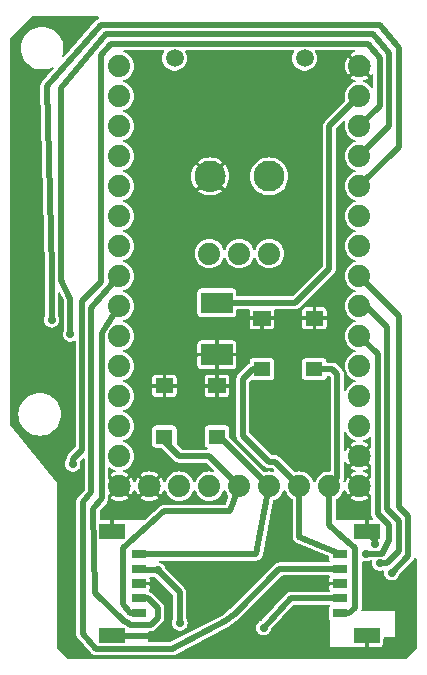
<source format=gbr>
G04 --- HEADER BEGIN --- *
G04 #@! TF.GenerationSoftware,LibrePCB,LibrePCB,1.1.0*
G04 #@! TF.CreationDate,2024-04-23T21:01:02*
G04 #@! TF.ProjectId,motherboard (Version 2),e7e7bca0-b6b9-4684-b626-93943a2f5169,version_2*
G04 #@! TF.Part,Single*
G04 #@! TF.SameCoordinates*
G04 #@! TF.FileFunction,Copper,L2,Bot*
G04 #@! TF.FilePolarity,Positive*
%FSLAX66Y66*%
%MOMM*%
G01*
G75*
G04 --- HEADER END --- *
G04 --- APERTURE LIST BEGIN --- *
G04 #@! TA.AperFunction,ComponentPad*
%ADD10C,1.8796*%
G04 #@! TA.AperFunction,SMDPad,CuDef*
%ADD11R,1.47X1.27*%
%ADD12R,2.7X1.8*%
%ADD13R,2.15X1.3*%
%ADD14R,1.2X0.8*%
G04 #@! TA.AperFunction,ComponentPad*
%ADD15C,1.508*%
%ADD16C,2.625*%
G04 #@! TA.AperFunction,Conductor*
%ADD17C,0.5*%
G04 #@! TA.AperFunction,ViaPad*
%ADD18C,0.7*%
G04 #@! TA.AperFunction,Conductor*
%ADD19C,0.01*%
G04 #@! TD*
G04 --- APERTURE LIST END --- *
G04 --- BOARD BEGIN --- *
D10*
G04 #@! TO.N,PB1*
G04 #@! TO.C,J6*
G04 #@! TO.P,J6,11,11*
X42545000Y62865000D03*
G04 #@! TO.N,PB0*
G04 #@! TO.P,J6,12,12*
X42545000Y65405000D03*
G04 #@! TO.N,VCC*
G04 #@! TO.P,J6,14,14*
X42545000Y70485000D03*
G04 #@! TO.N,PB2*
G04 #@! TO.P,J6,10,10*
X42545000Y60325000D03*
G04 #@! TO.N,PB6*
G04 #@! TO.P,J6,2,2*
X42545000Y40005000D03*
G04 #@! TO.N,PD0*
G04 #@! TO.P,J6,3,3*
X42545000Y42545000D03*
G04 #@! TO.N,PD3*
G04 #@! TO.P,J6,5,5*
X42545000Y47625000D03*
G04 #@! TO.N,PD1*
G04 #@! TO.P,J6,7,7*
X42545000Y52705000D03*
G04 #@! TO.N,PB5*
G04 #@! TO.P,J6,1,1*
X42545000Y37465000D03*
G04 #@! TO.N,PB3*
G04 #@! TO.P,J6,9,9*
X42545000Y57785000D03*
G04 #@! TO.N,PE6*
G04 #@! TO.P,J6,13,13*
X42545000Y67945000D03*
G04 #@! TO.N,PB7*
G04 #@! TO.P,J6,4,4*
X42545000Y45085000D03*
G04 #@! TO.N,RST*
G04 #@! TO.P,J6,8,8*
X42545000Y55245000D03*
G04 #@! TO.N,PD2*
G04 #@! TO.P,J6,6,6*
X42545000Y50165000D03*
D11*
G04 #@! TO.N,MB2*
G04 #@! TO.C,D7*
G04 #@! TO.P,D7,C,C*
X59055000Y44840000D03*
G04 #@! TO.N,GND*
G04 #@! TO.P,D7,A,A*
X59055000Y49140000D03*
D12*
G04 #@! TO.C,R3*
G04 #@! TO.P,R3,2,2*
X50800000Y46060000D03*
G04 #@! TO.N,PD4*
G04 #@! TO.P,R3,1,1*
X50800000Y50460000D03*
D10*
G04 #@! TO.N,PD7*
G04 #@! TO.C,J7*
G04 #@! TO.P,J7,11,11*
X62865000Y62865000D03*
G04 #@! TO.N,PD6*
G04 #@! TO.P,J7,12,12*
X62865000Y65405000D03*
G04 #@! TO.N,GND*
G04 #@! TO.P,J7,14,14*
X62865000Y70485000D03*
G04 #@! TO.N,PB4*
G04 #@! TO.P,J7,10,10*
X62865000Y60325000D03*
G04 #@! TO.N,PF0*
G04 #@! TO.P,J7,2,2*
X62865000Y40005000D03*
G04 #@! TO.N,PF1*
G04 #@! TO.P,J7,3,3*
X62865000Y42545000D03*
G04 #@! TO.N,PF5*
G04 #@! TO.P,J7,5,5*
X62865000Y47625000D03*
G04 #@! TO.N,PF7*
G04 #@! TO.P,J7,7,7*
X62865000Y52705000D03*
G04 #@! TO.N,GND*
G04 #@! TO.P,J7,1,1*
X62865000Y37465000D03*
G04 #@! TO.N,PC6*
G04 #@! TO.P,J7,9,9*
X62865000Y57785000D03*
G04 #@! TO.N,PD4*
G04 #@! TO.P,J7,13,13*
X62865000Y67945000D03*
G04 #@! TO.N,PF4*
G04 #@! TO.P,J7,4,4*
X62865000Y45085000D03*
G04 #@! TO.N,PC7*
G04 #@! TO.P,J7,8,8*
X62865000Y55245000D03*
G04 #@! TO.N,PF6*
G04 #@! TO.P,J7,6,6*
X62865000Y50165000D03*
D11*
G04 #@! TO.N,MA1*
G04 #@! TO.C,D4*
G04 #@! TO.P,D4,C,C*
X46355000Y39125000D03*
G04 #@! TO.N,GND*
G04 #@! TO.P,D4,A,A*
X46355000Y43425000D03*
D13*
G04 #@! TO.C,J1*
G04 #@! TO.P,J1,S1,SHIELD1*
X63505000Y22270000D03*
D14*
G04 #@! TO.N,MB2*
G04 #@! TO.P,J1,5,5*
X61210000Y24170000D03*
G04 #@! TO.N,PD1*
G04 #@! TO.P,J1,2,2*
X61210000Y27920000D03*
G04 #@! TO.N,MB1*
G04 #@! TO.P,J1,1,1*
X61210000Y29170000D03*
G04 #@! TO.N,VCC*
G04 #@! TO.P,J1,4,4*
X61210000Y25420000D03*
D13*
G04 #@! TO.N,GND*
G04 #@! TO.P,J1,S2,SHIELD2*
X63505000Y31070000D03*
D14*
G04 #@! TO.P,J1,3,3*
X61210000Y26670000D03*
D13*
G04 #@! TO.C,J2*
G04 #@! TO.P,J2,S1,SHIELD1*
X41905000Y31070000D03*
D14*
G04 #@! TO.N,MA2*
G04 #@! TO.P,J2,5,5*
X44200000Y29170000D03*
G04 #@! TO.N,PD2*
G04 #@! TO.P,J2,2,2*
X44200000Y25420000D03*
G04 #@! TO.N,MA1*
G04 #@! TO.P,J2,1,1*
X44200000Y24170000D03*
G04 #@! TO.N,VCC*
G04 #@! TO.P,J2,4,4*
X44200000Y27920000D03*
D13*
G04 #@! TO.N,GND*
G04 #@! TO.P,J2,S2,SHIELD2*
X41905000Y22270000D03*
D14*
G04 #@! TO.P,J2,3,3*
X44200000Y26670000D03*
D11*
G04 #@! TO.N,MA2*
G04 #@! TO.C,D3*
G04 #@! TO.P,D3,C,C*
X50800000Y39125000D03*
G04 #@! TO.N,GND*
G04 #@! TO.P,D3,A,A*
X50800000Y43425000D03*
D10*
G04 #@! TO.N,MA1*
G04 #@! TO.C,J8*
G04 #@! TO.P,J8,5,5*
X52705000Y34925000D03*
G04 #@! TO.N,GND*
G04 #@! TO.P,J8,2,2*
X45085000Y34925000D03*
G04 #@! TO.N,BAT*
G04 #@! TO.P,J8,3,3*
X47625000Y34925000D03*
G04 #@! TO.N,MA2*
G04 #@! TO.P,J8,6,6*
X55245000Y34925000D03*
G04 #@! TO.N,GND*
G04 #@! TO.P,J8,1,1*
X42545000Y34925000D03*
G04 #@! TO.N,VCC*
G04 #@! TO.P,J8,4,4*
X50165000Y34925000D03*
G04 #@! TO.N,MB1*
G04 #@! TO.P,J8,7,7*
X57785000Y34925000D03*
G04 #@! TO.N,MB2*
G04 #@! TO.P,J8,8,8*
X60325000Y34925000D03*
G04 #@! TO.N,GND*
G04 #@! TO.P,J8,9,9*
X62865000Y34925000D03*
D15*
G04 #@! TO.N,N/C*
G04 #@! TO.C,J4*
G04 #@! TO.P,J4,3*
X58220000Y71150000D03*
G04 #@! TO.P,J4,4*
X47220000Y71150000D03*
D16*
G04 #@! TO.N,GND*
G04 #@! TO.P,J4,-,-*
X50220000Y61150000D03*
G04 #@! TO.N,N$1*
G04 #@! TO.P,J4,+,+*
X55220000Y61150000D03*
D11*
G04 #@! TO.N,MB1*
G04 #@! TO.C,D8*
G04 #@! TO.P,D8,C,C*
X54610000Y44840000D03*
G04 #@! TO.N,GND*
G04 #@! TO.P,D8,A,A*
X54610000Y49140000D03*
D10*
G04 #@! TO.N,N$1*
G04 #@! TO.C,S1*
G04 #@! TO.P,S1,2,P*
X52705000Y54610000D03*
G04 #@! TO.N,N/C*
G04 #@! TO.P,S1,3,S*
X55245000Y54610000D03*
G04 #@! TO.N,N$4*
G04 #@! TO.P,S1,1,O*
X50165000Y54610000D03*
D17*
G04 #@! TD.C*
G04 #@! TD.P*
G04 #@! TO.N,PD4*
X60325000Y65405000D02*
X62865000Y67945000D01*
X60325000Y53340000D02*
X60325000Y65405000D01*
X50800000Y50460000D02*
X57445000Y50460000D01*
X57445000Y50460000D02*
X60325000Y53340000D01*
G04 #@! TO.N,PD1*
X40170000Y49965000D02*
X42545000Y52705000D01*
X39440000Y33585000D02*
X40170000Y34455000D01*
X61210000Y27920000D02*
X56095000Y27920000D01*
X56095000Y27920000D02*
X52305000Y24130000D01*
X51505000Y23495000D02*
X46965000Y21155000D01*
X40170000Y34455000D02*
X40170000Y49965000D01*
X52305000Y24130000D02*
X51505000Y23495000D01*
X40545000Y21155000D02*
X39440000Y22425000D01*
X42545000Y52705000D02*
X42545000Y52070000D01*
X39440000Y22425000D02*
X39440000Y33585000D01*
X40545000Y21155000D02*
X46965000Y21155000D01*
G04 #@! TO.N,MA2*
X54125000Y29170000D02*
X55245000Y34925000D01*
X50800000Y39125000D02*
X51045000Y39125000D01*
X44200000Y29170000D02*
X54125000Y29170000D01*
X51045000Y39125000D02*
X55245000Y34925000D01*
G04 #@! TO.N,MA1*
X46320000Y32780000D02*
X51895000Y32780000D01*
X44200000Y24170000D02*
X43480000Y24170000D01*
X46355000Y39125000D02*
X46355000Y38735000D01*
X50165000Y37465000D02*
X52705000Y34925000D01*
X42885000Y29645000D02*
X46320000Y32780000D01*
X47625000Y37465000D02*
X50165000Y37465000D01*
X42885000Y24965000D02*
X42885000Y29645000D01*
X46355000Y38735000D02*
X47625000Y37465000D01*
X43480000Y24170000D02*
X42885000Y24965000D01*
X51895000Y32780000D02*
X52705000Y34925000D01*
D18*
G04 #@! TO.N,GND*
X53600000Y23600000D03*
X49400000Y23600000D03*
G04 #@! TO.N,PD7*
X38400000Y47800000D03*
D17*
X65400000Y65400000D02*
X62865000Y62865000D01*
X37600000Y53600000D02*
X37600000Y68600000D01*
X37600000Y53600000D02*
X37600000Y52400000D01*
X37600000Y68600000D02*
X41400000Y73200000D01*
X64000000Y73200000D02*
X65400000Y71600000D01*
X38400000Y50800000D02*
X37600000Y52400000D01*
X65400000Y71600000D02*
X65400000Y65400000D01*
X41400000Y73200000D02*
X64000000Y73200000D01*
X38400000Y47800000D02*
X38400000Y50800000D01*
D18*
G04 #@! TO.N,PF7*
X65600000Y27600000D03*
D17*
X66200000Y33200000D02*
X66200000Y49370000D01*
X67000000Y29000000D02*
X65600000Y27600000D01*
X67000000Y29000000D02*
X67000000Y32400000D01*
X67000000Y32400000D02*
X66200000Y33200000D01*
X66200000Y49370000D02*
X62865000Y52705000D01*
D18*
G04 #@! TO.N,GND*
X59200000Y22400000D03*
G04 #@! TO.N,VCC*
X54750000Y22930000D03*
D17*
X54750000Y22930000D02*
X57040000Y25420000D01*
X57040000Y25420000D02*
X61210000Y25420000D01*
D18*
X47660000Y23340000D03*
X45800000Y27800000D03*
D17*
X47660000Y25940000D02*
X47660000Y23340000D01*
X44320000Y27800000D02*
X45800000Y27800000D01*
X44200000Y27920000D02*
X44320000Y27800000D01*
X45800000Y27800000D02*
X47660000Y25940000D01*
G04 #@! TO.N,PD2*
X40510000Y25870000D02*
X42980000Y23400000D01*
X45200000Y23200000D02*
X45800000Y23800000D01*
X40310000Y33020000D02*
X41040000Y33890000D01*
X41040000Y33890000D02*
X41040000Y47860000D01*
X42980000Y23400000D02*
X43200000Y23400000D01*
X40310000Y33020000D02*
X40510000Y25870000D01*
X43200000Y23400000D02*
X43400000Y23200000D01*
X43400000Y23200000D02*
X45200000Y23200000D01*
X45800000Y24600000D02*
X44980000Y25420000D01*
X41040000Y47860000D02*
X42545000Y50165000D01*
X45800000Y23800000D02*
X45800000Y24600000D01*
X44980000Y25420000D02*
X44200000Y25420000D01*
D18*
G04 #@! TO.N,PF6*
X64600000Y28400000D03*
D17*
X63435000Y50165000D02*
X65200000Y48400000D01*
X62865000Y50165000D02*
X63435000Y50165000D01*
X66200000Y29400000D02*
X65200000Y28400000D01*
X65200000Y33000000D02*
X66200000Y32000000D01*
X65200000Y48400000D02*
X65200000Y33000000D01*
X66200000Y32000000D02*
X66200000Y29400000D01*
X64600000Y28400000D02*
X65200000Y28400000D01*
D18*
G04 #@! TO.N,GND*
X46400000Y22600000D03*
X55990000Y30010000D03*
X64200000Y30000000D03*
D17*
X64200000Y30000000D02*
X64200000Y30375000D01*
X64200000Y30375000D02*
X63505000Y31070000D01*
G04 #@! TO.N,VCC*
X50145000Y34905000D02*
X50165000Y34925000D01*
G04 #@! TO.N,MB2*
X62525000Y29645000D02*
X62525000Y24645000D01*
X60560000Y44840000D02*
X61000000Y44400000D01*
X61290000Y30680000D02*
X62525000Y29645000D01*
X59055000Y44840000D02*
X60560000Y44840000D01*
X60325000Y31645000D02*
X60325000Y34925000D01*
X61210000Y24170000D02*
X61965000Y24205000D01*
X61000000Y44400000D02*
X61000000Y35600000D01*
X62525000Y24645000D02*
X61965000Y24205000D01*
X61290000Y30680000D02*
X60325000Y31645000D01*
X61000000Y35600000D02*
X60325000Y34925000D01*
D18*
G04 #@! TO.N,PD6*
X38600000Y36800000D03*
D17*
X38600000Y37200000D02*
X39400000Y38000000D01*
X63600000Y72400000D02*
X64600000Y71200000D01*
X41000000Y53000000D02*
X41000000Y52200000D01*
X39400000Y38000000D02*
X39400000Y50600000D01*
X41800000Y72400000D02*
X63600000Y72400000D01*
X41000000Y71400000D02*
X41800000Y72400000D01*
X41000000Y53000000D02*
X41000000Y71400000D01*
X64600000Y71200000D02*
X64600000Y67140000D01*
X38600000Y36800000D02*
X38600000Y37200000D01*
X39400000Y50600000D02*
X41000000Y52200000D01*
X64600000Y67140000D02*
X62865000Y65405000D01*
D18*
G04 #@! TO.N,PB4*
X36800000Y49000000D03*
D17*
X66200000Y63660000D02*
X62865000Y60325000D01*
X36800000Y53200000D02*
X36800000Y52200000D01*
X36800000Y49000000D02*
X36800000Y50400000D01*
X41000000Y74000000D02*
X64600000Y74000000D01*
X36800000Y50400000D02*
X36800000Y52200000D01*
X36800000Y53200000D02*
X36400000Y68800000D01*
X64600000Y74000000D02*
X66200000Y72000000D01*
X36400000Y68800000D02*
X41000000Y74000000D01*
X66200000Y72000000D02*
X66200000Y63660000D01*
D18*
G04 #@! TO.N,GND*
X48000000Y27800000D03*
D17*
G04 #@! TO.N,MB1*
X53000000Y44000000D02*
X53000000Y39200000D01*
X53840000Y44840000D02*
X53000000Y44000000D01*
X55710000Y37000000D02*
X57785000Y34925000D01*
X57785000Y31115000D02*
X57785000Y34290000D01*
X57785000Y34290000D02*
X57785000Y34925000D01*
X55200000Y37000000D02*
X55710000Y37000000D01*
X53000000Y39200000D02*
X55200000Y37000000D01*
X57785000Y31115000D02*
X57785000Y30595000D01*
X57785000Y30595000D02*
X61210000Y29170000D01*
X54610000Y44840000D02*
X53840000Y44840000D01*
G04 #@! TO.N,GND*
X41905000Y22270000D02*
X45330000Y22270000D01*
X45330000Y22270000D02*
X45400000Y22200000D01*
D18*
G04 #@! TO.N,PF5*
X63400000Y29200000D03*
D17*
X63400000Y29200000D02*
X64200000Y29200000D01*
X64400000Y32600000D02*
X64400000Y46090000D01*
X65400000Y30400000D02*
X65400000Y31600000D01*
X65400000Y31600000D02*
X64400000Y32600000D01*
X64400000Y46090000D02*
X62865000Y47625000D01*
X64200000Y29200000D02*
X64800000Y29200000D01*
X65400000Y30400000D02*
X64800000Y29200000D01*
D19*
G04 #@! TA.AperFunction,Conductor*
G04 #@! TO.N,GND*
G36*
X33300000Y40140313D02*
X33321913Y40077844D01*
X35796435Y36984691D01*
X35796435Y39200255D01*
X35547399Y39218066D01*
X35540344Y39219080D01*
X35296364Y39272155D01*
X35289538Y39274160D01*
X35055596Y39361415D01*
X35049123Y39364371D01*
X34829977Y39484035D01*
X34823988Y39487884D01*
X34624110Y39637510D01*
X34618727Y39642175D01*
X34442175Y39818727D01*
X34437510Y39824110D01*
X34287884Y40023988D01*
X34284035Y40029977D01*
X34164371Y40249123D01*
X34161415Y40255596D01*
X34074160Y40489538D01*
X34072155Y40496364D01*
X34019080Y40740344D01*
X34018066Y40747399D01*
X34000255Y40996435D01*
X34000255Y41003565D01*
X34018066Y41252601D01*
X34019080Y41259656D01*
X34072155Y41503636D01*
X34074160Y41510462D01*
X34161415Y41744404D01*
X34164371Y41750877D01*
X34284035Y41970023D01*
X34287884Y41976012D01*
X34437510Y42175890D01*
X34442175Y42181273D01*
X34618727Y42357825D01*
X34624110Y42362490D01*
X34823988Y42512116D01*
X34829977Y42515965D01*
X35049123Y42635629D01*
X35055596Y42638585D01*
X35289538Y42725840D01*
X35296364Y42727845D01*
X35540344Y42780920D01*
X35547399Y42781934D01*
X35796435Y42799745D01*
X35803565Y42799745D01*
X36052601Y42781934D01*
X36059656Y42780920D01*
X36303636Y42727845D01*
X36310462Y42725840D01*
X36544404Y42638585D01*
X36550877Y42635629D01*
X36770023Y42515965D01*
X36776012Y42512116D01*
X36975890Y42362490D01*
X36981273Y42357825D01*
X37157825Y42181273D01*
X37162490Y42175890D01*
X37312116Y41976012D01*
X37315965Y41970023D01*
X37435629Y41750877D01*
X37438585Y41744404D01*
X37525840Y41510462D01*
X37527845Y41503636D01*
X37580920Y41259656D01*
X37581934Y41252601D01*
X37599745Y41003565D01*
X37599745Y40996435D01*
X37581934Y40747399D01*
X37580920Y40740344D01*
X37527845Y40496364D01*
X37525840Y40489538D01*
X37438585Y40255596D01*
X37435629Y40249123D01*
X37315965Y40029977D01*
X37312116Y40023988D01*
X37162490Y39824110D01*
X37157825Y39818727D01*
X36981273Y39642175D01*
X36975890Y39637510D01*
X36776012Y39487884D01*
X36770023Y39484035D01*
X36550877Y39364371D01*
X36544404Y39361415D01*
X36310462Y39274160D01*
X36303636Y39272155D01*
X36059656Y39219080D01*
X36052601Y39218066D01*
X35803565Y39200255D01*
X35796435Y39200255D01*
X35796435Y36984691D01*
X37231401Y35190984D01*
X37236424Y35183373D01*
X37281790Y35098710D01*
X37287086Y35082899D01*
X37299406Y35003816D01*
X37300000Y34996140D01*
X37300000Y21165685D01*
X37329289Y21094975D01*
X38094975Y20329289D01*
X38165685Y20300000D01*
X66834315Y20300000D01*
X66905025Y20329289D01*
X67670711Y21094975D01*
X67700000Y21165685D01*
X67700000Y28762297D01*
X67680500Y28821624D01*
X67629605Y28857813D01*
X67567164Y28856751D01*
X67507614Y28800565D01*
X67478822Y28731055D01*
X67472324Y28719800D01*
X67393067Y28616510D01*
X67388638Y28612129D01*
X67387265Y28609448D01*
X66251698Y27473881D01*
X66228907Y27438631D01*
X66177690Y27303583D01*
X66172112Y27292955D01*
X66089966Y27173945D01*
X66082006Y27164960D01*
X65973770Y27069072D01*
X65963887Y27062249D01*
X65835851Y26995051D01*
X65824615Y26990790D01*
X65684226Y26956188D01*
X65672297Y26954739D01*
X65527703Y26954739D01*
X65515774Y26956188D01*
X65375385Y26990790D01*
X65364149Y26995051D01*
X65236113Y27062249D01*
X65226230Y27069072D01*
X65117994Y27164960D01*
X65110034Y27173945D01*
X65027888Y27292955D01*
X65022310Y27303583D01*
X64971031Y27438793D01*
X64968159Y27450446D01*
X64950729Y27593996D01*
X64950729Y27606004D01*
X64960398Y27685634D01*
X64948191Y27746879D01*
X64902030Y27788940D01*
X64830788Y27791040D01*
X64830493Y27792239D01*
X64826181Y27791176D01*
X64825674Y27791191D01*
X64824621Y27790792D01*
X64684226Y27756188D01*
X64672297Y27754739D01*
X64527703Y27754739D01*
X64515774Y27756188D01*
X64375385Y27790790D01*
X64364149Y27795051D01*
X64236113Y27862249D01*
X64226230Y27869072D01*
X64117994Y27964960D01*
X64110034Y27973945D01*
X64027888Y28092955D01*
X64022310Y28103583D01*
X63971031Y28238793D01*
X63968159Y28250446D01*
X63950729Y28393996D01*
X63950729Y28406004D01*
X63966750Y28537947D01*
X63954543Y28599192D01*
X63908382Y28641253D01*
X63867480Y28650000D01*
X63765196Y28650000D01*
X63718724Y28638546D01*
X63635851Y28595051D01*
X63624615Y28590790D01*
X63484226Y28556188D01*
X63472297Y28554739D01*
X63327703Y28554739D01*
X63315774Y28556188D01*
X63198930Y28584987D01*
X63136660Y28580252D01*
X63089343Y28539496D01*
X63075000Y28487894D01*
X63075000Y24648270D01*
X63074573Y24641758D01*
X63071635Y24619435D01*
X63070787Y24605240D01*
X63071007Y24586028D01*
X63069458Y24573120D01*
X63062854Y24547294D01*
X63060592Y24535571D01*
X63057113Y24509144D01*
X63053751Y24496596D01*
X63046395Y24478838D01*
X63041900Y24465343D01*
X63036640Y24444772D01*
X63040835Y24382463D01*
X63081178Y24334794D01*
X63133522Y24320000D01*
X65863987Y24320000D01*
X65868752Y24318434D01*
X65880000Y24296172D01*
X65880000Y22136013D01*
X65878434Y22131248D01*
X65856172Y22120000D01*
X64979999Y22120000D01*
X64920672Y22100500D01*
X64880000Y22020001D01*
X64880000Y21623931D01*
X64879385Y21616118D01*
X64866548Y21535069D01*
X64861744Y21520282D01*
X64826277Y21450674D01*
X64817142Y21438101D01*
X64761899Y21382858D01*
X64749326Y21373723D01*
X64679718Y21338256D01*
X64664931Y21333452D01*
X64583882Y21320615D01*
X64576069Y21320000D01*
X63671018Y21320000D01*
X63666253Y21321566D01*
X63655005Y21343828D01*
X63655005Y21620000D01*
X64580000Y21620000D01*
X64580000Y22920000D01*
X62430000Y22920000D01*
X62430000Y21620000D01*
X63354995Y21620000D01*
X63354995Y21336013D01*
X63353429Y21331248D01*
X63331167Y21320000D01*
X60426013Y21320000D01*
X60421248Y21321566D01*
X60410000Y21343828D01*
X60410000Y23509538D01*
X60380711Y23580248D01*
X60372858Y23588101D01*
X60363723Y23600674D01*
X60328256Y23670282D01*
X60323452Y23685069D01*
X60310615Y23766118D01*
X60310000Y23773931D01*
X60310000Y24566069D01*
X60310615Y24573882D01*
X60323452Y24654931D01*
X60328255Y24669715D01*
X60356222Y24724602D01*
X60365781Y24786316D01*
X60336863Y24841666D01*
X60267122Y24870000D01*
X57325301Y24870000D01*
X57251697Y24837693D01*
X55406997Y22831883D01*
X55385699Y22785728D01*
X55383289Y22786322D01*
X55378969Y22768793D01*
X55327690Y22633583D01*
X55322112Y22622955D01*
X55239966Y22503945D01*
X55232006Y22494960D01*
X55123770Y22399072D01*
X55113887Y22392249D01*
X54985851Y22325051D01*
X54974615Y22320790D01*
X54834226Y22286188D01*
X54822297Y22284739D01*
X54677703Y22284739D01*
X54665774Y22286188D01*
X54525385Y22320790D01*
X54514149Y22325051D01*
X54386113Y22392249D01*
X54376230Y22399072D01*
X54267994Y22494960D01*
X54260034Y22503945D01*
X54177888Y22622955D01*
X54172310Y22633583D01*
X54121031Y22768793D01*
X54118159Y22780446D01*
X54100729Y22923996D01*
X54100729Y22936004D01*
X54118159Y23079554D01*
X54121031Y23091207D01*
X54172310Y23226417D01*
X54177888Y23237045D01*
X54260034Y23356055D01*
X54267994Y23365040D01*
X54376230Y23460928D01*
X54386113Y23467751D01*
X54514149Y23534949D01*
X54525385Y23539210D01*
X54544816Y23543999D01*
X54594489Y23573400D01*
X56632951Y25789894D01*
X56640054Y25796669D01*
X56639742Y25796996D01*
X56642094Y25799448D01*
X56642467Y25799075D01*
X56656291Y25812899D01*
X56697351Y25844405D01*
X56700615Y25847020D01*
X56740297Y25880195D01*
X56755489Y25889835D01*
X56771057Y25898823D01*
X56818864Y25918625D01*
X56822692Y25920305D01*
X56869618Y25942083D01*
X56886804Y25947467D01*
X56904150Y25952115D01*
X56955446Y25958868D01*
X56959579Y25959500D01*
X57010554Y25968393D01*
X57030085Y25969211D01*
X57030063Y25969738D01*
X57033457Y25969809D01*
X57033486Y25969359D01*
X57043270Y25970000D01*
X60267122Y25970000D01*
X60326449Y25989500D01*
X60362638Y26040395D01*
X60356222Y26115398D01*
X60328255Y26170285D01*
X60323452Y26185069D01*
X60310615Y26266118D01*
X60310000Y26273931D01*
X60310000Y26503982D01*
X60311566Y26508747D01*
X60333828Y26519995D01*
X60610000Y26519995D01*
X60610000Y26270000D01*
X61810000Y26270000D01*
X61810000Y27070000D01*
X60610000Y27070000D01*
X60610000Y26820005D01*
X60326013Y26820005D01*
X60321248Y26821571D01*
X60310000Y26843833D01*
X60310000Y27066069D01*
X60310615Y27073882D01*
X60323452Y27154931D01*
X60328255Y27169715D01*
X60356222Y27224602D01*
X60365781Y27286316D01*
X60336863Y27341666D01*
X60267122Y27370000D01*
X56364238Y27370000D01*
X56293528Y27340711D01*
X52696223Y23743406D01*
X52691306Y23739094D01*
X52674734Y23726377D01*
X52663754Y23716587D01*
X52649216Y23701565D01*
X52644379Y23697180D01*
X51849511Y23066253D01*
X51844132Y23062531D01*
X51803849Y23038383D01*
X51798238Y23034759D01*
X51759665Y23007982D01*
X51754069Y23004617D01*
X47219884Y20667614D01*
X47213902Y20665011D01*
X47163897Y20647040D01*
X47159449Y20645321D01*
X47113406Y20626249D01*
X47094523Y20621190D01*
X47094596Y20620916D01*
X47094496Y20620892D01*
X47094436Y20621167D01*
X47075331Y20617013D01*
X47025654Y20612870D01*
X47020913Y20612361D01*
X46968239Y20605426D01*
X46961730Y20605000D01*
X40548280Y20605000D01*
X40541749Y20605428D01*
X40535566Y20606242D01*
X40516372Y20606908D01*
X40513428Y20606727D01*
X40500456Y20607628D01*
X40458473Y20616149D01*
X40451636Y20617291D01*
X40409152Y20622885D01*
X40396588Y20626251D01*
X40393855Y20627383D01*
X40375477Y20632998D01*
X40372593Y20633583D01*
X40360303Y20637809D01*
X40321976Y20656896D01*
X40315666Y20659770D01*
X40276054Y20676178D01*
X40264808Y20682671D01*
X40262459Y20684474D01*
X40246152Y20694658D01*
X40243512Y20695973D01*
X40232743Y20703230D01*
X40200650Y20731597D01*
X40195298Y20736007D01*
X40161292Y20762100D01*
X40152098Y20771295D01*
X40150303Y20773634D01*
X40137193Y20787687D01*
X40132526Y20791812D01*
X40127922Y20796452D01*
X39027220Y22061512D01*
X39023269Y22066703D01*
X38997792Y22105158D01*
X38993763Y22110803D01*
X38967675Y22144801D01*
X38961179Y22156053D01*
X38960048Y22158783D01*
X38951023Y22175746D01*
X38949392Y22178208D01*
X38943688Y22189889D01*
X38930073Y22230521D01*
X38927643Y22237017D01*
X38911249Y22276596D01*
X38907886Y22289148D01*
X38907500Y22292077D01*
X38903175Y22310794D01*
X38902235Y22313598D01*
X38899750Y22326353D01*
X38897115Y22369121D01*
X38896448Y22376025D01*
X38890429Y22421744D01*
X38890000Y22428281D01*
X38890000Y33581719D01*
X38890429Y33588256D01*
X38895693Y33628242D01*
X38896454Y33636934D01*
X38898070Y33673954D01*
X38900327Y33686754D01*
X38902965Y33695120D01*
X38906739Y33712142D01*
X38907886Y33720855D01*
X38911249Y33733406D01*
X38925432Y33767648D01*
X38928416Y33775845D01*
X38939559Y33811187D01*
X38945050Y33822963D01*
X38949769Y33830371D01*
X38957816Y33845829D01*
X38961178Y33853946D01*
X38967673Y33865195D01*
X38990234Y33894597D01*
X38995238Y33901745D01*
X39016911Y33935766D01*
X39020777Y33941037D01*
X39596605Y34627298D01*
X39620000Y34691575D01*
X39620000Y37200764D01*
X39600500Y37260091D01*
X39549605Y37296280D01*
X39487164Y37295218D01*
X39449291Y37271474D01*
X39249954Y37072137D01*
X39221792Y37016398D01*
X39227164Y36965965D01*
X39228968Y36961207D01*
X39231841Y36949554D01*
X39249271Y36806004D01*
X39249271Y36793996D01*
X39231841Y36650446D01*
X39228969Y36638793D01*
X39177690Y36503583D01*
X39172112Y36492955D01*
X39089966Y36373945D01*
X39082006Y36364960D01*
X38973770Y36269072D01*
X38963887Y36262249D01*
X38835851Y36195051D01*
X38824615Y36190790D01*
X38684226Y36156188D01*
X38672297Y36154739D01*
X38527703Y36154739D01*
X38515774Y36156188D01*
X38375385Y36190790D01*
X38364149Y36195051D01*
X38236113Y36262249D01*
X38226230Y36269072D01*
X38117994Y36364960D01*
X38110034Y36373945D01*
X38027888Y36492955D01*
X38022310Y36503583D01*
X37971031Y36638793D01*
X37968159Y36650446D01*
X37950729Y36793996D01*
X37950729Y36806004D01*
X37968159Y36949554D01*
X37971031Y36961207D01*
X38022310Y37096417D01*
X38027889Y37107048D01*
X38032300Y37113438D01*
X38050000Y37170242D01*
X38050000Y37196719D01*
X38050429Y37203256D01*
X38067885Y37335850D01*
X38071249Y37348406D01*
X38121178Y37468945D01*
X38127676Y37480200D01*
X38206933Y37583490D01*
X38211362Y37587871D01*
X38212735Y37590552D01*
X38820711Y38198528D01*
X38850000Y38269238D01*
X38850000Y47142026D01*
X38830500Y47201353D01*
X38779605Y47237542D01*
X38703529Y47230571D01*
X38635851Y47195051D01*
X38624615Y47190790D01*
X38484226Y47156188D01*
X38472297Y47154739D01*
X38327703Y47154739D01*
X38315774Y47156188D01*
X38175385Y47190790D01*
X38164149Y47195051D01*
X38036113Y47262249D01*
X38026230Y47269072D01*
X37917994Y47364960D01*
X37910034Y47373945D01*
X37827888Y47492955D01*
X37822310Y47503583D01*
X37771031Y47638793D01*
X37768159Y47650446D01*
X37750729Y47793996D01*
X37750729Y47806004D01*
X37768159Y47949554D01*
X37771031Y47961207D01*
X37822310Y48096417D01*
X37827889Y48107048D01*
X37832300Y48113438D01*
X37850000Y48170242D01*
X37850000Y50646556D01*
X37839443Y50691277D01*
X37539441Y51291280D01*
X37495468Y51335623D01*
X37433761Y51345231D01*
X37378388Y51316356D01*
X37350000Y51246559D01*
X37350000Y49370242D01*
X37367700Y49313438D01*
X37372111Y49307048D01*
X37377690Y49296417D01*
X37428969Y49161207D01*
X37431841Y49149554D01*
X37449271Y49006004D01*
X37449271Y48993996D01*
X37431841Y48850446D01*
X37428969Y48838793D01*
X37377690Y48703583D01*
X37372112Y48692955D01*
X37289966Y48573945D01*
X37282006Y48564960D01*
X37173770Y48469072D01*
X37163887Y48462249D01*
X37035851Y48395051D01*
X37024615Y48390790D01*
X36884226Y48356188D01*
X36872297Y48354739D01*
X36727703Y48354739D01*
X36715774Y48356188D01*
X36575385Y48390790D01*
X36564149Y48395051D01*
X36436113Y48462249D01*
X36426230Y48469072D01*
X36317994Y48564960D01*
X36310034Y48573945D01*
X36227888Y48692955D01*
X36222310Y48703583D01*
X36171031Y48838793D01*
X36168159Y48850446D01*
X36150729Y48993996D01*
X36150729Y49006004D01*
X36168159Y49149554D01*
X36171031Y49161207D01*
X36222310Y49296417D01*
X36227889Y49307048D01*
X36232300Y49313438D01*
X36250000Y49370242D01*
X36250000Y53191686D01*
X36249967Y53194249D01*
X35850265Y68782620D01*
X35850526Y68789167D01*
X35856521Y68845901D01*
X35856832Y68849440D01*
X35860580Y68903087D01*
X35863756Y68918706D01*
X35863803Y68919009D01*
X35863890Y68919309D01*
X35867618Y68934801D01*
X35886916Y68984992D01*
X35888131Y68988328D01*
X35905639Y69039184D01*
X35912747Y69053442D01*
X35912874Y69053730D01*
X35913047Y69054015D01*
X35920648Y69067998D01*
X35952272Y69111476D01*
X35954308Y69114382D01*
X35986223Y69161703D01*
X35990222Y69166868D01*
X36950300Y70252174D01*
X36975003Y70309530D01*
X36960861Y70370358D01*
X36913389Y70410933D01*
X36827476Y70406198D01*
X36750877Y70364371D01*
X36744404Y70361415D01*
X36510462Y70274160D01*
X36503636Y70272155D01*
X36259656Y70219080D01*
X36252601Y70218066D01*
X36003565Y70200255D01*
X35996435Y70200255D01*
X35747399Y70218066D01*
X35740344Y70219080D01*
X35496364Y70272155D01*
X35489538Y70274160D01*
X35255596Y70361415D01*
X35249123Y70364371D01*
X35029977Y70484035D01*
X35023988Y70487884D01*
X34824110Y70637510D01*
X34818727Y70642175D01*
X34642175Y70818727D01*
X34637510Y70824110D01*
X34487884Y71023988D01*
X34484035Y71029977D01*
X34364371Y71249123D01*
X34361415Y71255596D01*
X34274160Y71489538D01*
X34272155Y71496364D01*
X34219080Y71740344D01*
X34218066Y71747399D01*
X34200255Y71996435D01*
X34200255Y72003565D01*
X34218066Y72252601D01*
X34219080Y72259656D01*
X34272155Y72503636D01*
X34274160Y72510462D01*
X34361415Y72744404D01*
X34364371Y72750877D01*
X34484035Y72970023D01*
X34487884Y72976012D01*
X34637510Y73175890D01*
X34642175Y73181273D01*
X34818727Y73357825D01*
X34824110Y73362490D01*
X35023988Y73512116D01*
X35029977Y73515965D01*
X35249123Y73635629D01*
X35255596Y73638585D01*
X35489538Y73725840D01*
X35496364Y73727845D01*
X35740344Y73780920D01*
X35747399Y73781934D01*
X35996435Y73799745D01*
X36003565Y73799745D01*
X36252601Y73781934D01*
X36259656Y73780920D01*
X36503636Y73727845D01*
X36510462Y73725840D01*
X36744404Y73638585D01*
X36750877Y73635629D01*
X36970023Y73515965D01*
X36976012Y73512116D01*
X37175890Y73362490D01*
X37181273Y73357825D01*
X37357825Y73181273D01*
X37362490Y73175890D01*
X37512116Y72976012D01*
X37515965Y72970023D01*
X37635629Y72750877D01*
X37638585Y72744404D01*
X37725840Y72510462D01*
X37727845Y72503636D01*
X37780920Y72259656D01*
X37781934Y72252601D01*
X37799745Y72003565D01*
X37799745Y71996435D01*
X37781934Y71747399D01*
X37780920Y71740344D01*
X37727845Y71496364D01*
X37725840Y71489538D01*
X37681421Y71370445D01*
X37678959Y71308044D01*
X37713998Y71256350D01*
X37772873Y71235525D01*
X37850014Y71269242D01*
X40585881Y74361962D01*
X40590519Y74366560D01*
X40593205Y74368895D01*
X40606938Y74383495D01*
X40607104Y74383711D01*
X40616294Y74392902D01*
X40652388Y74420598D01*
X40657121Y74424465D01*
X40691460Y74454319D01*
X40702298Y74461494D01*
X40702549Y74461616D01*
X40719585Y74472159D01*
X40719801Y74472324D01*
X40731053Y74478821D01*
X40773084Y74496231D01*
X40778658Y74498742D01*
X40801993Y74510125D01*
X40846765Y74553662D01*
X40856977Y74615271D01*
X40828647Y74670924D01*
X40758151Y74700000D01*
X35165685Y74700000D01*
X35094975Y74670711D01*
X33329289Y72905025D01*
X33300000Y72834315D01*
X33300000Y40140313D01*
G37*
G36*
X40830000Y21620000D02*
X42980000Y21620000D01*
X42980000Y22920000D01*
X40830000Y22920000D01*
X40830000Y21620000D01*
G37*
G36*
X40830000Y30420000D02*
X42980000Y30420000D01*
X42980000Y31720000D01*
X42055005Y31720000D01*
X42055005Y32003987D01*
X42056571Y32008752D01*
X42078833Y32020000D01*
X42540645Y32020000D01*
X42540645Y33685581D01*
X42334066Y33703654D01*
X42325494Y33705165D01*
X42125177Y33758840D01*
X42117008Y33761813D01*
X41929049Y33849461D01*
X41921527Y33853804D01*
X41796083Y33941641D01*
X41787582Y33953002D01*
X41791402Y33959263D01*
X41996978Y34164839D01*
X42022875Y34143585D01*
X42185354Y34056738D01*
X42361654Y34003258D01*
X42545000Y33985200D01*
X42728346Y34003258D01*
X42904646Y34056738D01*
X43067125Y34143585D01*
X43093022Y34164839D01*
X43295712Y33962149D01*
X43301831Y33950037D01*
X43301650Y33948962D01*
X43297260Y33943982D01*
X43168473Y33853804D01*
X43160951Y33849461D01*
X42972992Y33761813D01*
X42964823Y33758840D01*
X42764506Y33705165D01*
X42755934Y33703654D01*
X42549355Y33685581D01*
X42540645Y33685581D01*
X42540645Y32020000D01*
X43516403Y32020000D01*
X43516403Y34167945D01*
X43510737Y34171402D01*
X43305161Y34376978D01*
X43326415Y34402875D01*
X43413262Y34565354D01*
X43466742Y34741654D01*
X43484800Y34925000D01*
X43466742Y35108346D01*
X43413262Y35284646D01*
X43326415Y35447125D01*
X43305161Y35473022D01*
X43507851Y35675712D01*
X43519963Y35681831D01*
X43521038Y35681650D01*
X43526018Y35677260D01*
X43616196Y35548473D01*
X43620539Y35540951D01*
X43708187Y35352992D01*
X43711160Y35344823D01*
X43718408Y35317774D01*
X43752599Y35265516D01*
X43811126Y35243732D01*
X43871164Y35260919D01*
X43911592Y35317774D01*
X43918840Y35344823D01*
X43921813Y35352992D01*
X44009461Y35540951D01*
X44013804Y35548473D01*
X44101641Y35673917D01*
X44112507Y35682047D01*
X44113597Y35682055D01*
X44119263Y35678598D01*
X44324839Y35473022D01*
X44303585Y35447125D01*
X44216738Y35284646D01*
X44163258Y35108346D01*
X44145200Y34925000D01*
X44163258Y34741654D01*
X44216738Y34565354D01*
X44303585Y34402875D01*
X44324839Y34376978D01*
X44122149Y34174288D01*
X44110037Y34168169D01*
X44108962Y34168350D01*
X44103982Y34172740D01*
X44013804Y34301527D01*
X44009461Y34309049D01*
X43921813Y34497008D01*
X43918840Y34505177D01*
X43911592Y34532226D01*
X43877401Y34584484D01*
X43818874Y34606268D01*
X43758836Y34589081D01*
X43718408Y34532226D01*
X43711160Y34505177D01*
X43708187Y34497008D01*
X43620539Y34309049D01*
X43616196Y34301527D01*
X43528359Y34176083D01*
X43517493Y34167953D01*
X43516403Y34167945D01*
X43516403Y32020000D01*
X44632617Y32020000D01*
X44700028Y32046137D01*
X45080645Y32393512D01*
X45080645Y33685581D01*
X44874066Y33703654D01*
X44865494Y33705165D01*
X44665177Y33758840D01*
X44657008Y33761813D01*
X44469049Y33849461D01*
X44461527Y33853804D01*
X44336083Y33941641D01*
X44327953Y33952507D01*
X44327945Y33953597D01*
X44331402Y33959263D01*
X44536978Y34164839D01*
X44536978Y35685161D01*
X44334288Y35887851D01*
X44328169Y35899963D01*
X44328350Y35901038D01*
X44332740Y35906018D01*
X44461527Y35996196D01*
X44469049Y36000539D01*
X44657008Y36088187D01*
X44665177Y36091160D01*
X44865494Y36144835D01*
X44874066Y36146346D01*
X45080645Y36164419D01*
X45089355Y36164419D01*
X45295934Y36146346D01*
X45304506Y36144835D01*
X45504823Y36091160D01*
X45512992Y36088187D01*
X45700951Y36000539D01*
X45708473Y35996196D01*
X45833917Y35908359D01*
X45842047Y35897493D01*
X45842055Y35896403D01*
X45838598Y35890737D01*
X45633022Y35685161D01*
X45607125Y35706415D01*
X45444646Y35793262D01*
X45268346Y35846742D01*
X45085000Y35864800D01*
X44901654Y35846742D01*
X44725354Y35793262D01*
X44562875Y35706415D01*
X44536978Y35685161D01*
X44536978Y34164839D01*
X44562875Y34143585D01*
X44725354Y34056738D01*
X44901654Y34003258D01*
X45085000Y33985200D01*
X45268346Y34003258D01*
X45444646Y34056738D01*
X45607125Y34143585D01*
X45633022Y34164839D01*
X45835712Y33962149D01*
X45841831Y33950037D01*
X45841650Y33948962D01*
X45837260Y33943982D01*
X45708473Y33853804D01*
X45700951Y33849461D01*
X45512992Y33761813D01*
X45504823Y33758840D01*
X45304506Y33705165D01*
X45295934Y33703654D01*
X45089355Y33685581D01*
X45080645Y33685581D01*
X45080645Y32393512D01*
X45946820Y33184039D01*
X45951927Y33188122D01*
X45996053Y33218888D01*
X45999734Y33221581D01*
X46039800Y33252324D01*
X46056291Y33261845D01*
X46073174Y33270591D01*
X46120689Y33287778D01*
X46124941Y33289426D01*
X46171597Y33308751D01*
X46190007Y33313684D01*
X46208558Y33317758D01*
X46258916Y33322062D01*
X46263453Y33322555D01*
X46316744Y33329571D01*
X46323281Y33330000D01*
X51445655Y33330000D01*
X51504982Y33349500D01*
X51539206Y33394672D01*
X51776729Y34023668D01*
X51779445Y34086059D01*
X51759782Y34123272D01*
X51752755Y34131647D01*
X51633804Y34301527D01*
X51629461Y34309049D01*
X51541813Y34497008D01*
X51538840Y34505177D01*
X51531592Y34532226D01*
X51497401Y34584484D01*
X51438874Y34606268D01*
X51378836Y34589081D01*
X51338408Y34532226D01*
X51331160Y34505177D01*
X51328187Y34497008D01*
X51240539Y34309049D01*
X51236196Y34301527D01*
X51117246Y34131647D01*
X51111657Y34124987D01*
X50965013Y33978343D01*
X50958353Y33972754D01*
X50788473Y33853804D01*
X50780951Y33849461D01*
X50592992Y33761813D01*
X50584823Y33758840D01*
X50384506Y33705165D01*
X50375934Y33703654D01*
X50169355Y33685581D01*
X50160645Y33685581D01*
X49954066Y33703654D01*
X49945494Y33705165D01*
X49745177Y33758840D01*
X49737008Y33761813D01*
X49549049Y33849461D01*
X49541527Y33853804D01*
X49371647Y33972754D01*
X49364987Y33978343D01*
X49218343Y34124987D01*
X49212754Y34131647D01*
X49093804Y34301527D01*
X49089461Y34309049D01*
X49001813Y34497008D01*
X48998840Y34505177D01*
X48991592Y34532226D01*
X48957401Y34584484D01*
X48898874Y34606268D01*
X48838836Y34589081D01*
X48798408Y34532226D01*
X48791160Y34505177D01*
X48788187Y34497008D01*
X48700539Y34309049D01*
X48696196Y34301527D01*
X48577246Y34131647D01*
X48571657Y34124987D01*
X48425013Y33978343D01*
X48418353Y33972754D01*
X48248473Y33853804D01*
X48240951Y33849461D01*
X48052992Y33761813D01*
X48044823Y33758840D01*
X47844506Y33705165D01*
X47835934Y33703654D01*
X47629355Y33685581D01*
X47620645Y33685581D01*
X47414066Y33703654D01*
X47405494Y33705165D01*
X47205177Y33758840D01*
X47197008Y33761813D01*
X47009049Y33849461D01*
X47001527Y33853804D01*
X46831647Y33972754D01*
X46824987Y33978343D01*
X46678343Y34124987D01*
X46672754Y34131647D01*
X46553804Y34301527D01*
X46549461Y34309049D01*
X46461813Y34497008D01*
X46458840Y34505177D01*
X46451592Y34532226D01*
X46417401Y34584484D01*
X46358874Y34606268D01*
X46298836Y34589081D01*
X46258408Y34532226D01*
X46251160Y34505177D01*
X46248187Y34497008D01*
X46160539Y34309049D01*
X46156196Y34301527D01*
X46068359Y34176083D01*
X46057493Y34167953D01*
X46056403Y34167945D01*
X46050737Y34171402D01*
X45845161Y34376978D01*
X45866415Y34402875D01*
X45953262Y34565354D01*
X46006742Y34741654D01*
X46024800Y34925000D01*
X46006742Y35108346D01*
X45953262Y35284646D01*
X45866415Y35447125D01*
X45845161Y35473022D01*
X46047851Y35675712D01*
X46059963Y35681831D01*
X46061038Y35681650D01*
X46066018Y35677260D01*
X46156196Y35548473D01*
X46160539Y35540951D01*
X46248187Y35352992D01*
X46251160Y35344823D01*
X46258408Y35317774D01*
X46292599Y35265516D01*
X46351126Y35243732D01*
X46411164Y35260919D01*
X46451592Y35317774D01*
X46458840Y35344823D01*
X46461813Y35352992D01*
X46549461Y35540951D01*
X46553804Y35548473D01*
X46672754Y35718353D01*
X46678343Y35725013D01*
X46824987Y35871657D01*
X46831647Y35877246D01*
X47001527Y35996196D01*
X47009049Y36000539D01*
X47197008Y36088187D01*
X47205177Y36091160D01*
X47405494Y36144835D01*
X47414066Y36146346D01*
X47620645Y36164419D01*
X47629355Y36164419D01*
X47835934Y36146346D01*
X47844506Y36144835D01*
X48044823Y36091160D01*
X48052992Y36088187D01*
X48240951Y36000539D01*
X48248473Y35996196D01*
X48418353Y35877246D01*
X48425013Y35871657D01*
X48571657Y35725013D01*
X48577246Y35718353D01*
X48696196Y35548473D01*
X48700539Y35540951D01*
X48788187Y35352992D01*
X48791160Y35344823D01*
X48798408Y35317774D01*
X48832599Y35265516D01*
X48891126Y35243732D01*
X48951164Y35260919D01*
X48991592Y35317774D01*
X48998840Y35344823D01*
X49001813Y35352992D01*
X49089461Y35540951D01*
X49093804Y35548473D01*
X49212754Y35718353D01*
X49218343Y35725013D01*
X49364987Y35871657D01*
X49371647Y35877246D01*
X49541527Y35996196D01*
X49549049Y36000539D01*
X49737008Y36088187D01*
X49745177Y36091160D01*
X49945494Y36144835D01*
X49954066Y36146346D01*
X50160645Y36164419D01*
X50169355Y36164419D01*
X50375934Y36146346D01*
X50384507Y36144835D01*
X50465029Y36123259D01*
X50527382Y36126740D01*
X50575511Y36166534D01*
X50590645Y36227122D01*
X50561621Y36290561D01*
X49966471Y36885711D01*
X49895761Y36915000D01*
X47628281Y36915000D01*
X47621744Y36915429D01*
X47489150Y36932885D01*
X47476594Y36936249D01*
X47356055Y36986178D01*
X47344800Y36992676D01*
X47241510Y37071933D01*
X47237129Y37076362D01*
X47234448Y37077735D01*
X46151472Y38160711D01*
X46080762Y38190000D01*
X45623931Y38190000D01*
X45616118Y38190615D01*
X45535069Y38203452D01*
X45520282Y38208256D01*
X45450674Y38243723D01*
X45438101Y38252858D01*
X45382858Y38308101D01*
X45373723Y38320674D01*
X45338256Y38390282D01*
X45333452Y38405069D01*
X45320615Y38486118D01*
X45320000Y38493931D01*
X45320000Y39756069D01*
X45320615Y39763882D01*
X45333452Y39844931D01*
X45338256Y39859718D01*
X45373723Y39929326D01*
X45382858Y39941899D01*
X45438101Y39997142D01*
X45450674Y40006277D01*
X45520282Y40041744D01*
X45535069Y40046548D01*
X45616118Y40059385D01*
X45623931Y40060000D01*
X45623931Y42490000D01*
X45616118Y42490615D01*
X45535069Y42503452D01*
X45520282Y42508256D01*
X45450674Y42543723D01*
X45438101Y42552858D01*
X45382858Y42608101D01*
X45373723Y42620674D01*
X45338256Y42690282D01*
X45333452Y42705069D01*
X45320615Y42786118D01*
X45320000Y42793931D01*
X45320000Y43258982D01*
X45321566Y43263747D01*
X45336013Y43271046D01*
X45336013Y43575005D01*
X45331248Y43576571D01*
X45320000Y43598833D01*
X45320000Y44056069D01*
X45320615Y44063882D01*
X45333452Y44144931D01*
X45338256Y44159718D01*
X45373723Y44229326D01*
X45382858Y44241899D01*
X45438101Y44297142D01*
X45450674Y44306277D01*
X45520282Y44341744D01*
X45535069Y44346548D01*
X45616118Y44359385D01*
X45623931Y44360000D01*
X46188982Y44360000D01*
X46193747Y44358434D01*
X46204995Y44336172D01*
X46204995Y44060000D01*
X45620000Y44060000D01*
X45620000Y43575005D01*
X45336013Y43575005D01*
X45336013Y43271046D01*
X45343828Y43274995D01*
X45620000Y43274995D01*
X45620000Y42790000D01*
X46204995Y42790000D01*
X46204995Y42506013D01*
X46203429Y42501248D01*
X46181167Y42490000D01*
X45623931Y42490000D01*
X45623931Y40060000D01*
X46521018Y40060000D01*
X46521018Y42490000D01*
X46516253Y42491566D01*
X46505005Y42513828D01*
X46505005Y42790000D01*
X47090000Y42790000D01*
X47090000Y43274995D01*
X47090000Y43575005D01*
X47090000Y44060000D01*
X46505005Y44060000D01*
X46505005Y44343987D01*
X46506571Y44348752D01*
X46528833Y44360000D01*
X47086069Y44360000D01*
X47093882Y44359385D01*
X47174931Y44346548D01*
X47189718Y44341744D01*
X47259326Y44306277D01*
X47271899Y44297142D01*
X47327142Y44241899D01*
X47336277Y44229326D01*
X47371744Y44159718D01*
X47376548Y44144931D01*
X47389385Y44063882D01*
X47390000Y44056069D01*
X47390000Y43591018D01*
X47388434Y43586253D01*
X47366172Y43575005D01*
X47090000Y43575005D01*
X47090000Y43274995D01*
X47373987Y43274995D01*
X47378752Y43273429D01*
X47390000Y43251167D01*
X47390000Y42793931D01*
X47389385Y42786118D01*
X47376548Y42705069D01*
X47371744Y42690282D01*
X47336277Y42620674D01*
X47327142Y42608101D01*
X47271899Y42552858D01*
X47259326Y42543723D01*
X47189718Y42508256D01*
X47174931Y42503452D01*
X47093882Y42490615D01*
X47086069Y42490000D01*
X46521018Y42490000D01*
X46521018Y40060000D01*
X47086069Y40060000D01*
X47093882Y40059385D01*
X47174931Y40046548D01*
X47189718Y40041744D01*
X47259326Y40006277D01*
X47271899Y39997142D01*
X47327142Y39941899D01*
X47336277Y39929326D01*
X47371744Y39859718D01*
X47376548Y39844931D01*
X47389385Y39763882D01*
X47390000Y39756069D01*
X47390000Y38519238D01*
X47419289Y38448528D01*
X47823528Y38044289D01*
X47894238Y38015000D01*
X49453931Y38015000D01*
X49453931Y44860000D01*
X49446118Y44860615D01*
X49365069Y44873452D01*
X49350282Y44878256D01*
X49280674Y44913723D01*
X49268101Y44922858D01*
X49212858Y44978101D01*
X49203723Y44990674D01*
X49168256Y45060282D01*
X49163452Y45075069D01*
X49150615Y45156118D01*
X49150000Y45163931D01*
X49150000Y45893982D01*
X49151566Y45898747D01*
X49166013Y45906046D01*
X49166013Y46210005D01*
X49161248Y46211571D01*
X49150000Y46233833D01*
X49150000Y46956069D01*
X49150615Y46963882D01*
X49163452Y47044931D01*
X49168256Y47059718D01*
X49203723Y47129326D01*
X49212858Y47141899D01*
X49268101Y47197142D01*
X49280674Y47206277D01*
X49350282Y47241744D01*
X49365069Y47246548D01*
X49446118Y47259385D01*
X49453931Y47260000D01*
X50633982Y47260000D01*
X50638747Y47258434D01*
X50649995Y47236172D01*
X50649995Y46960000D01*
X49450000Y46960000D01*
X49450000Y46210005D01*
X49166013Y46210005D01*
X49166013Y45906046D01*
X49173828Y45909995D01*
X49450000Y45909995D01*
X49450000Y45160000D01*
X50649995Y45160000D01*
X50649995Y44876013D01*
X50648429Y44871248D01*
X50626167Y44860000D01*
X49453931Y44860000D01*
X49453931Y38015000D01*
X49928694Y38015000D01*
X49988021Y38034500D01*
X50024210Y38085395D01*
X50023148Y38147836D01*
X49969910Y38200001D01*
X49972295Y38204683D01*
X49895674Y38243723D01*
X49883101Y38252858D01*
X49827858Y38308101D01*
X49818723Y38320674D01*
X49783256Y38390282D01*
X49778452Y38405069D01*
X49765615Y38486118D01*
X49765000Y38493931D01*
X49765000Y39756069D01*
X49765615Y39763882D01*
X49778452Y39844931D01*
X49783256Y39859718D01*
X49818723Y39929326D01*
X49827858Y39941899D01*
X49883101Y39997142D01*
X49895674Y40006277D01*
X49965282Y40041744D01*
X49980069Y40046548D01*
X50061118Y40059385D01*
X50068931Y40060000D01*
X50068931Y42490000D01*
X50061118Y42490615D01*
X49980069Y42503452D01*
X49965282Y42508256D01*
X49895674Y42543723D01*
X49883101Y42552858D01*
X49827858Y42608101D01*
X49818723Y42620674D01*
X49783256Y42690282D01*
X49778452Y42705069D01*
X49765615Y42786118D01*
X49765000Y42793931D01*
X49765000Y43258982D01*
X49766566Y43263747D01*
X49781013Y43271046D01*
X49781013Y43575005D01*
X49776248Y43576571D01*
X49765000Y43598833D01*
X49765000Y44056069D01*
X49765615Y44063882D01*
X49778452Y44144931D01*
X49783256Y44159718D01*
X49818723Y44229326D01*
X49827858Y44241899D01*
X49883101Y44297142D01*
X49895674Y44306277D01*
X49965282Y44341744D01*
X49980069Y44346548D01*
X50061118Y44359385D01*
X50068931Y44360000D01*
X50633982Y44360000D01*
X50638747Y44358434D01*
X50649995Y44336172D01*
X50649995Y44060000D01*
X50065000Y44060000D01*
X50065000Y43575005D01*
X49781013Y43575005D01*
X49781013Y43271046D01*
X49788828Y43274995D01*
X50065000Y43274995D01*
X50065000Y42790000D01*
X50649995Y42790000D01*
X50649995Y42506013D01*
X50648429Y42501248D01*
X50626167Y42490000D01*
X50068931Y42490000D01*
X50068931Y40060000D01*
X50966018Y40060000D01*
X50966018Y42490000D01*
X50961253Y42491566D01*
X50950005Y42513828D01*
X50950005Y42790000D01*
X51535000Y42790000D01*
X51535000Y43274995D01*
X51535000Y43575005D01*
X51535000Y44060000D01*
X50950005Y44060000D01*
X50950005Y44343987D01*
X50951571Y44348752D01*
X50966018Y44356051D01*
X50966018Y44860000D01*
X50961253Y44861566D01*
X50950005Y44883828D01*
X50950005Y45160000D01*
X52150000Y45160000D01*
X52150000Y45909995D01*
X52150000Y46210005D01*
X52150000Y46960000D01*
X50950005Y46960000D01*
X50950005Y47243987D01*
X50951571Y47248752D01*
X50973833Y47260000D01*
X52146069Y47260000D01*
X52153882Y47259385D01*
X52234931Y47246548D01*
X52249718Y47241744D01*
X52319326Y47206277D01*
X52331899Y47197142D01*
X52387142Y47141899D01*
X52396277Y47129326D01*
X52431744Y47059718D01*
X52436548Y47044931D01*
X52449385Y46963882D01*
X52450000Y46956069D01*
X52450000Y46226018D01*
X52448434Y46221253D01*
X52426172Y46210005D01*
X52150000Y46210005D01*
X52150000Y45909995D01*
X52433987Y45909995D01*
X52438752Y45908429D01*
X52450000Y45886167D01*
X52450000Y45163931D01*
X52449385Y45156118D01*
X52436548Y45075069D01*
X52431744Y45060282D01*
X52396277Y44990674D01*
X52387142Y44978101D01*
X52331899Y44922858D01*
X52319326Y44913723D01*
X52249718Y44878256D01*
X52234931Y44873452D01*
X52153882Y44860615D01*
X52146069Y44860000D01*
X50966018Y44860000D01*
X50966018Y44356051D01*
X50973833Y44360000D01*
X51531069Y44360000D01*
X51538882Y44359385D01*
X51619931Y44346548D01*
X51634718Y44341744D01*
X51704326Y44306277D01*
X51716899Y44297142D01*
X51772142Y44241899D01*
X51781277Y44229326D01*
X51816744Y44159718D01*
X51821548Y44144931D01*
X51834385Y44063882D01*
X51835000Y44056069D01*
X51835000Y43591018D01*
X51833434Y43586253D01*
X51811172Y43575005D01*
X51535000Y43575005D01*
X51535000Y43274995D01*
X51818987Y43274995D01*
X51823752Y43273429D01*
X51835000Y43251167D01*
X51835000Y42793931D01*
X51834385Y42786118D01*
X51821548Y42705069D01*
X51816744Y42690282D01*
X51781277Y42620674D01*
X51772142Y42608101D01*
X51716899Y42552858D01*
X51704326Y42543723D01*
X51634718Y42508256D01*
X51619931Y42503452D01*
X51538882Y42490615D01*
X51531069Y42490000D01*
X50966018Y42490000D01*
X50966018Y40060000D01*
X51531069Y40060000D01*
X51538882Y40059385D01*
X51619931Y40046548D01*
X51634718Y40041744D01*
X51704326Y40006277D01*
X51716899Y39997142D01*
X51772142Y39941899D01*
X51781277Y39929326D01*
X51816744Y39859718D01*
X51821548Y39844931D01*
X51834385Y39763882D01*
X51835000Y39756069D01*
X51835000Y39154238D01*
X51864289Y39083528D01*
X54809180Y36138637D01*
X54864919Y36110475D01*
X54905772Y36112755D01*
X55025493Y36144835D01*
X55034069Y36146346D01*
X55240645Y36164419D01*
X55249355Y36164419D01*
X55455934Y36146346D01*
X55464510Y36144834D01*
X55545031Y36123259D01*
X55607383Y36126740D01*
X55655512Y36166534D01*
X55670646Y36227122D01*
X55641622Y36290561D01*
X55511472Y36420711D01*
X55440762Y36450000D01*
X55203281Y36450000D01*
X55196744Y36450429D01*
X55064150Y36467885D01*
X55051594Y36471249D01*
X54931055Y36521178D01*
X54919800Y36527676D01*
X54816510Y36606933D01*
X54812129Y36611362D01*
X54809448Y36612735D01*
X52612011Y38810172D01*
X52611362Y38812129D01*
X52606933Y38816510D01*
X52527676Y38919800D01*
X52521177Y38931057D01*
X52499807Y38982650D01*
X52471252Y39051587D01*
X52467885Y39064152D01*
X52450429Y39196744D01*
X52450000Y39203281D01*
X52450000Y43996719D01*
X52450429Y44003256D01*
X52467885Y44135850D01*
X52471249Y44148406D01*
X52521178Y44268945D01*
X52527676Y44280200D01*
X52606933Y44383490D01*
X52611362Y44387871D01*
X52612735Y44390552D01*
X53450172Y45227989D01*
X53452129Y45228638D01*
X53456510Y45233067D01*
X53535876Y45293966D01*
X53575000Y45373301D01*
X53575000Y45471069D01*
X53575615Y45478882D01*
X53588452Y45559931D01*
X53593256Y45574718D01*
X53628723Y45644326D01*
X53637858Y45656899D01*
X53693101Y45712142D01*
X53705674Y45721277D01*
X53775282Y45756744D01*
X53790069Y45761548D01*
X53871118Y45774385D01*
X53878931Y45775000D01*
X53878931Y48205000D01*
X53871118Y48205615D01*
X53790069Y48218452D01*
X53775282Y48223256D01*
X53705674Y48258723D01*
X53693101Y48267858D01*
X53637858Y48323101D01*
X53628723Y48335674D01*
X53593256Y48405282D01*
X53588452Y48420069D01*
X53575615Y48501118D01*
X53575000Y48508931D01*
X53575000Y48973982D01*
X53576566Y48978747D01*
X53598828Y48989995D01*
X53875000Y48989995D01*
X53875000Y48505000D01*
X54459995Y48505000D01*
X54459995Y48221013D01*
X54458429Y48216248D01*
X54436167Y48205000D01*
X53878931Y48205000D01*
X53878931Y45775000D01*
X54776018Y45775000D01*
X54776018Y48205000D01*
X54771253Y48206566D01*
X54760005Y48228828D01*
X54760005Y48505000D01*
X55345000Y48505000D01*
X55345000Y48989995D01*
X55628987Y48989995D01*
X55633752Y48988429D01*
X55645000Y48966167D01*
X55645000Y48508931D01*
X55644385Y48501118D01*
X55631548Y48420069D01*
X55626744Y48405282D01*
X55591277Y48335674D01*
X55582142Y48323101D01*
X55526899Y48267858D01*
X55514326Y48258723D01*
X55444718Y48223256D01*
X55429931Y48218452D01*
X55348882Y48205615D01*
X55341069Y48205000D01*
X54776018Y48205000D01*
X54776018Y45775000D01*
X55341069Y45775000D01*
X55348882Y45774385D01*
X55429931Y45761548D01*
X55444718Y45756744D01*
X55514326Y45721277D01*
X55526899Y45712142D01*
X55582142Y45656899D01*
X55591277Y45644326D01*
X55626744Y45574718D01*
X55631548Y45559931D01*
X55644385Y45478882D01*
X55645000Y45471069D01*
X55645000Y44208931D01*
X55644385Y44201118D01*
X55631548Y44120069D01*
X55626744Y44105282D01*
X55591277Y44035674D01*
X55582142Y44023101D01*
X55526899Y43967858D01*
X55514326Y43958723D01*
X55444718Y43923256D01*
X55429931Y43918452D01*
X55348882Y43905615D01*
X55341069Y43905000D01*
X53878931Y43905000D01*
X53871118Y43905615D01*
X53790067Y43918452D01*
X53777554Y43922518D01*
X53715104Y43922307D01*
X53675941Y43898124D01*
X53579289Y43801472D01*
X53550000Y43730762D01*
X53550000Y39469238D01*
X53579289Y39398528D01*
X55398528Y37579289D01*
X55469238Y37550000D01*
X55706731Y37550000D01*
X55713240Y37549574D01*
X55845860Y37532115D01*
X55858402Y37528754D01*
X55978949Y37478821D01*
X55990200Y37472325D01*
X56074339Y37407762D01*
X56074340Y37407761D01*
X56093491Y37393067D01*
X56097871Y37388638D01*
X56100552Y37387265D01*
X57349180Y36138637D01*
X57404919Y36110475D01*
X57445772Y36112755D01*
X57565493Y36144835D01*
X57574069Y36146346D01*
X57780645Y36164419D01*
X57789355Y36164419D01*
X57995934Y36146346D01*
X58004506Y36144835D01*
X58204823Y36091160D01*
X58212992Y36088187D01*
X58400951Y36000539D01*
X58408473Y35996196D01*
X58578353Y35877246D01*
X58585013Y35871657D01*
X58731657Y35725013D01*
X58737246Y35718353D01*
X58856196Y35548473D01*
X58860539Y35540951D01*
X58948187Y35352992D01*
X58951160Y35344823D01*
X58958408Y35317774D01*
X58992599Y35265516D01*
X59051126Y35243732D01*
X59111164Y35260919D01*
X59151592Y35317774D01*
X59158840Y35344823D01*
X59161813Y35352992D01*
X59249461Y35540951D01*
X59253804Y35548473D01*
X59372754Y35718353D01*
X59378343Y35725013D01*
X59524987Y35871657D01*
X59531647Y35877246D01*
X59701527Y35996196D01*
X59709049Y36000539D01*
X59897008Y36088187D01*
X59905177Y36091160D01*
X60105494Y36144835D01*
X60114066Y36146346D01*
X60320645Y36164419D01*
X60329353Y36164419D01*
X60341285Y36163375D01*
X60402086Y36177629D01*
X60442573Y36225176D01*
X60450000Y36262993D01*
X60450000Y44130762D01*
X60420711Y44201472D01*
X60361472Y44260711D01*
X60290762Y44290000D01*
X60188819Y44290000D01*
X60129492Y44270500D01*
X60092832Y44204551D01*
X60090000Y44205000D01*
X60076548Y44120069D01*
X60071744Y44105282D01*
X60036277Y44035674D01*
X60027142Y44023101D01*
X59971899Y43967858D01*
X59959326Y43958723D01*
X59889718Y43923256D01*
X59874931Y43918452D01*
X59793882Y43905615D01*
X59786069Y43905000D01*
X58323931Y43905000D01*
X58316118Y43905615D01*
X58235069Y43918452D01*
X58220282Y43923256D01*
X58150674Y43958723D01*
X58138101Y43967858D01*
X58082858Y44023101D01*
X58073723Y44035674D01*
X58038256Y44105282D01*
X58033452Y44120069D01*
X58020615Y44201118D01*
X58020000Y44208931D01*
X58020000Y45471069D01*
X58020615Y45478882D01*
X58033452Y45559931D01*
X58038256Y45574718D01*
X58073723Y45644326D01*
X58082858Y45656899D01*
X58138101Y45712142D01*
X58150674Y45721277D01*
X58220282Y45756744D01*
X58235069Y45761548D01*
X58316118Y45774385D01*
X58323931Y45775000D01*
X58323931Y48205000D01*
X58316118Y48205615D01*
X58235069Y48218452D01*
X58220282Y48223256D01*
X58150674Y48258723D01*
X58138101Y48267858D01*
X58082858Y48323101D01*
X58073723Y48335674D01*
X58038256Y48405282D01*
X58033452Y48420069D01*
X58020615Y48501118D01*
X58020000Y48508931D01*
X58020000Y48973982D01*
X58021566Y48978747D01*
X58036013Y48986046D01*
X58036013Y49290005D01*
X58031248Y49291571D01*
X58020000Y49313833D01*
X58020000Y49771069D01*
X58020615Y49778882D01*
X58033452Y49859931D01*
X58038256Y49874718D01*
X58073723Y49944326D01*
X58082858Y49956899D01*
X58138101Y50012142D01*
X58150674Y50021277D01*
X58220282Y50056744D01*
X58235069Y50061548D01*
X58316118Y50074385D01*
X58323931Y50075000D01*
X58888982Y50075000D01*
X58893747Y50073434D01*
X58904995Y50051172D01*
X58904995Y49775000D01*
X58320000Y49775000D01*
X58320000Y49290005D01*
X58036013Y49290005D01*
X58036013Y48986046D01*
X58043828Y48989995D01*
X58320000Y48989995D01*
X58320000Y48505000D01*
X58904995Y48505000D01*
X58904995Y48221013D01*
X58903429Y48216248D01*
X58881167Y48205000D01*
X58323931Y48205000D01*
X58323931Y45775000D01*
X59221018Y45775000D01*
X59221018Y48205000D01*
X59216253Y48206566D01*
X59205005Y48228828D01*
X59205005Y48505000D01*
X59790000Y48505000D01*
X59790000Y48989995D01*
X59790000Y49290005D01*
X59790000Y49775000D01*
X59205005Y49775000D01*
X59205005Y50058987D01*
X59206571Y50063752D01*
X59228833Y50075000D01*
X59786069Y50075000D01*
X59793882Y50074385D01*
X59874931Y50061548D01*
X59889718Y50056744D01*
X59959326Y50021277D01*
X59971899Y50012142D01*
X60027142Y49956899D01*
X60036277Y49944326D01*
X60071744Y49874718D01*
X60076548Y49859931D01*
X60089385Y49778882D01*
X60090000Y49771069D01*
X60090000Y49306018D01*
X60088434Y49301253D01*
X60066172Y49290005D01*
X59790000Y49290005D01*
X59790000Y48989995D01*
X60073987Y48989995D01*
X60078752Y48988429D01*
X60090000Y48966167D01*
X60090000Y48508931D01*
X60089385Y48501118D01*
X60076548Y48420069D01*
X60071744Y48405282D01*
X60036277Y48335674D01*
X60027142Y48323101D01*
X59971899Y48267858D01*
X59959326Y48258723D01*
X59889718Y48223256D01*
X59874931Y48218452D01*
X59793882Y48205615D01*
X59786069Y48205000D01*
X59221018Y48205000D01*
X59221018Y45775000D01*
X59786069Y45775000D01*
X59793882Y45774385D01*
X59874931Y45761548D01*
X59889718Y45756744D01*
X59959326Y45721277D01*
X59971899Y45712142D01*
X60027142Y45656899D01*
X60036277Y45644326D01*
X60071744Y45574718D01*
X60076548Y45559931D01*
X60090000Y45475000D01*
X60091976Y45475313D01*
X60113255Y45424502D01*
X60188819Y45390000D01*
X60556731Y45390000D01*
X60563240Y45389574D01*
X60695860Y45372115D01*
X60708402Y45368754D01*
X60828949Y45318821D01*
X60840200Y45312325D01*
X60884457Y45278365D01*
X60943490Y45233067D01*
X60947871Y45228638D01*
X60950552Y45227265D01*
X61387989Y44789828D01*
X61388638Y44787871D01*
X61393067Y44783490D01*
X61472324Y44680200D01*
X61478822Y44668945D01*
X61528751Y44548406D01*
X61532115Y44535850D01*
X61549571Y44403256D01*
X61550000Y44396719D01*
X61550000Y43098494D01*
X61569500Y43039167D01*
X61620395Y43002978D01*
X61682836Y43004040D01*
X61740629Y43056232D01*
X61789461Y43160951D01*
X61793804Y43168473D01*
X61912754Y43338353D01*
X61918343Y43345013D01*
X62064987Y43491657D01*
X62071647Y43497246D01*
X62241527Y43616196D01*
X62249049Y43620539D01*
X62437008Y43708187D01*
X62445177Y43711160D01*
X62472226Y43718408D01*
X62524484Y43752599D01*
X62546268Y43811126D01*
X62529081Y43871164D01*
X62472226Y43911592D01*
X62445177Y43918840D01*
X62437008Y43921813D01*
X62249049Y44009461D01*
X62241527Y44013804D01*
X62071647Y44132754D01*
X62064987Y44138343D01*
X61918343Y44284987D01*
X61912754Y44291647D01*
X61793804Y44461527D01*
X61789461Y44469049D01*
X61701813Y44657008D01*
X61698840Y44665177D01*
X61645165Y44865494D01*
X61643654Y44874066D01*
X61625581Y45080645D01*
X61625581Y45089355D01*
X61643654Y45295934D01*
X61645165Y45304506D01*
X61698840Y45504823D01*
X61701813Y45512992D01*
X61789461Y45700951D01*
X61793804Y45708473D01*
X61912754Y45878353D01*
X61918343Y45885013D01*
X62064987Y46031657D01*
X62071647Y46037246D01*
X62241527Y46156196D01*
X62249049Y46160539D01*
X62437008Y46248187D01*
X62445177Y46251160D01*
X62472226Y46258408D01*
X62524484Y46292599D01*
X62546268Y46351126D01*
X62529081Y46411164D01*
X62472226Y46451592D01*
X62445177Y46458840D01*
X62437008Y46461813D01*
X62249049Y46549461D01*
X62241527Y46553804D01*
X62071647Y46672754D01*
X62064987Y46678343D01*
X61918343Y46824987D01*
X61912754Y46831647D01*
X61793804Y47001527D01*
X61789461Y47009049D01*
X61701813Y47197008D01*
X61698840Y47205177D01*
X61645165Y47405494D01*
X61643654Y47414066D01*
X61625581Y47620645D01*
X61625581Y47629355D01*
X61643654Y47835934D01*
X61645165Y47844506D01*
X61698840Y48044823D01*
X61701813Y48052992D01*
X61789461Y48240951D01*
X61793804Y48248473D01*
X61912754Y48418353D01*
X61918343Y48425013D01*
X62064987Y48571657D01*
X62071647Y48577246D01*
X62241527Y48696196D01*
X62249049Y48700539D01*
X62437008Y48788187D01*
X62445177Y48791160D01*
X62472226Y48798408D01*
X62524484Y48832599D01*
X62546268Y48891126D01*
X62529081Y48951164D01*
X62472226Y48991592D01*
X62445177Y48998840D01*
X62437008Y49001813D01*
X62249049Y49089461D01*
X62241527Y49093804D01*
X62071647Y49212754D01*
X62064987Y49218343D01*
X61918343Y49364987D01*
X61912754Y49371647D01*
X61793804Y49541527D01*
X61789461Y49549049D01*
X61701813Y49737008D01*
X61698840Y49745177D01*
X61645165Y49945494D01*
X61643654Y49954066D01*
X61625581Y50160645D01*
X61625581Y50169355D01*
X61643654Y50375934D01*
X61645165Y50384506D01*
X61698840Y50584823D01*
X61701813Y50592992D01*
X61789461Y50780951D01*
X61793804Y50788473D01*
X61912754Y50958353D01*
X61918343Y50965013D01*
X62064987Y51111657D01*
X62071647Y51117246D01*
X62241527Y51236196D01*
X62249049Y51240539D01*
X62437008Y51328187D01*
X62445177Y51331160D01*
X62472226Y51338408D01*
X62524484Y51372599D01*
X62546268Y51431126D01*
X62529081Y51491164D01*
X62472226Y51531592D01*
X62445177Y51538840D01*
X62437008Y51541813D01*
X62249049Y51629461D01*
X62241527Y51633804D01*
X62071647Y51752754D01*
X62064987Y51758343D01*
X61918343Y51904987D01*
X61912754Y51911647D01*
X61793804Y52081527D01*
X61789461Y52089049D01*
X61701813Y52277008D01*
X61698840Y52285177D01*
X61645165Y52485494D01*
X61643654Y52494066D01*
X61625581Y52700645D01*
X61625581Y52709355D01*
X61643654Y52915934D01*
X61645165Y52924506D01*
X61698840Y53124823D01*
X61701813Y53132992D01*
X61789461Y53320951D01*
X61793804Y53328473D01*
X61912754Y53498353D01*
X61918343Y53505013D01*
X62064987Y53651657D01*
X62071647Y53657246D01*
X62241527Y53776196D01*
X62249049Y53780539D01*
X62437008Y53868187D01*
X62445177Y53871160D01*
X62472226Y53878408D01*
X62524484Y53912599D01*
X62546268Y53971126D01*
X62529081Y54031164D01*
X62472226Y54071592D01*
X62445177Y54078840D01*
X62437008Y54081813D01*
X62249049Y54169461D01*
X62241527Y54173804D01*
X62071647Y54292754D01*
X62064987Y54298343D01*
X61918343Y54444987D01*
X61912754Y54451647D01*
X61793804Y54621527D01*
X61789461Y54629049D01*
X61701813Y54817008D01*
X61698840Y54825177D01*
X61645165Y55025494D01*
X61643654Y55034066D01*
X61625581Y55240645D01*
X61625581Y55249355D01*
X61643654Y55455934D01*
X61645165Y55464506D01*
X61698840Y55664823D01*
X61701813Y55672992D01*
X61789461Y55860951D01*
X61793804Y55868473D01*
X61912754Y56038353D01*
X61918343Y56045013D01*
X62064987Y56191657D01*
X62071647Y56197246D01*
X62241527Y56316196D01*
X62249049Y56320539D01*
X62437008Y56408187D01*
X62445177Y56411160D01*
X62472226Y56418408D01*
X62524484Y56452599D01*
X62546268Y56511126D01*
X62529081Y56571164D01*
X62472226Y56611592D01*
X62445177Y56618840D01*
X62437008Y56621813D01*
X62249049Y56709461D01*
X62241527Y56713804D01*
X62071647Y56832754D01*
X62064987Y56838343D01*
X61918343Y56984987D01*
X61912754Y56991647D01*
X61793804Y57161527D01*
X61789461Y57169049D01*
X61701813Y57357008D01*
X61698840Y57365177D01*
X61645165Y57565494D01*
X61643654Y57574066D01*
X61625581Y57780645D01*
X61625581Y57789355D01*
X61643654Y57995934D01*
X61645165Y58004506D01*
X61698840Y58204823D01*
X61701813Y58212992D01*
X61789461Y58400951D01*
X61793804Y58408473D01*
X61912754Y58578353D01*
X61918343Y58585013D01*
X62064987Y58731657D01*
X62071647Y58737246D01*
X62241527Y58856196D01*
X62249049Y58860539D01*
X62437008Y58948187D01*
X62445177Y58951160D01*
X62472226Y58958408D01*
X62524484Y58992599D01*
X62546268Y59051126D01*
X62529081Y59111164D01*
X62472226Y59151592D01*
X62445177Y59158840D01*
X62437008Y59161813D01*
X62249049Y59249461D01*
X62241527Y59253804D01*
X62071647Y59372754D01*
X62064987Y59378343D01*
X61918343Y59524987D01*
X61912754Y59531647D01*
X61793804Y59701527D01*
X61789461Y59709049D01*
X61701813Y59897008D01*
X61698840Y59905177D01*
X61645165Y60105494D01*
X61643654Y60114066D01*
X61625581Y60320645D01*
X61625581Y60329355D01*
X61643654Y60535934D01*
X61645165Y60544506D01*
X61698840Y60744823D01*
X61701813Y60752992D01*
X61789461Y60940951D01*
X61793804Y60948473D01*
X61912754Y61118353D01*
X61918343Y61125013D01*
X62064987Y61271657D01*
X62071647Y61277246D01*
X62241527Y61396196D01*
X62249049Y61400539D01*
X62437008Y61488187D01*
X62445177Y61491160D01*
X62472226Y61498408D01*
X62524484Y61532599D01*
X62546268Y61591126D01*
X62529081Y61651164D01*
X62472226Y61691592D01*
X62445177Y61698840D01*
X62437008Y61701813D01*
X62249049Y61789461D01*
X62241527Y61793804D01*
X62071647Y61912754D01*
X62064987Y61918343D01*
X61918343Y62064987D01*
X61912754Y62071647D01*
X61793804Y62241527D01*
X61789461Y62249049D01*
X61701813Y62437008D01*
X61698840Y62445177D01*
X61645165Y62645494D01*
X61643654Y62654066D01*
X61625581Y62860645D01*
X61625581Y62869355D01*
X61643654Y63075934D01*
X61645165Y63084506D01*
X61698840Y63284823D01*
X61701813Y63292992D01*
X61789461Y63480951D01*
X61793804Y63488473D01*
X61912754Y63658353D01*
X61918343Y63665013D01*
X62064987Y63811657D01*
X62071647Y63817246D01*
X62241527Y63936196D01*
X62249049Y63940539D01*
X62437008Y64028187D01*
X62445177Y64031160D01*
X62472226Y64038408D01*
X62524484Y64072599D01*
X62546268Y64131126D01*
X62529081Y64191164D01*
X62472226Y64231592D01*
X62445177Y64238840D01*
X62437008Y64241813D01*
X62249049Y64329461D01*
X62241527Y64333804D01*
X62071647Y64452754D01*
X62064987Y64458343D01*
X61918343Y64604987D01*
X61912754Y64611647D01*
X61793804Y64781527D01*
X61789461Y64789049D01*
X61701813Y64977008D01*
X61698840Y64985177D01*
X61645165Y65185494D01*
X61643654Y65194066D01*
X61625581Y65400645D01*
X61625581Y65409355D01*
X61643654Y65615934D01*
X61645165Y65624507D01*
X61666741Y65705029D01*
X61663260Y65767382D01*
X61623466Y65815511D01*
X61562878Y65830645D01*
X61499439Y65801621D01*
X60904289Y65206471D01*
X60875000Y65135761D01*
X60875000Y53343281D01*
X60874571Y53336744D01*
X60857115Y53204150D01*
X60853751Y53191594D01*
X60803822Y53071055D01*
X60797324Y53059800D01*
X60718067Y52956510D01*
X60713638Y52952129D01*
X60712265Y52949448D01*
X57834828Y50072011D01*
X57832871Y50071362D01*
X57828490Y50066933D01*
X57725200Y49987676D01*
X57713945Y49981178D01*
X57593406Y49931249D01*
X57580850Y49927885D01*
X57448256Y49910429D01*
X57441719Y49910000D01*
X55740702Y49910000D01*
X55681375Y49890500D01*
X55645186Y49839605D01*
X55641934Y49794358D01*
X55644385Y49778882D01*
X55645000Y49771069D01*
X55645000Y49306018D01*
X55643434Y49301253D01*
X55621172Y49290005D01*
X55345000Y49290005D01*
X55345000Y49775000D01*
X53875000Y49775000D01*
X53875000Y49290005D01*
X53591013Y49290005D01*
X53586248Y49291571D01*
X53575000Y49313833D01*
X53575000Y49771069D01*
X53575615Y49778882D01*
X53578066Y49794358D01*
X53568087Y49856005D01*
X53523480Y49899710D01*
X53479298Y49910000D01*
X52549999Y49910000D01*
X52490672Y49890500D01*
X52450000Y49810001D01*
X52450000Y49563931D01*
X52449385Y49556118D01*
X52436548Y49475069D01*
X52431744Y49460282D01*
X52396277Y49390674D01*
X52387142Y49378101D01*
X52331899Y49322858D01*
X52319326Y49313723D01*
X52249718Y49278256D01*
X52234931Y49273452D01*
X52153882Y49260615D01*
X52146069Y49260000D01*
X49453931Y49260000D01*
X49446118Y49260615D01*
X49365069Y49273452D01*
X49350282Y49278256D01*
X49280674Y49313723D01*
X49268101Y49322858D01*
X49212858Y49378101D01*
X49203723Y49390674D01*
X49168256Y49460282D01*
X49163452Y49475069D01*
X49150615Y49556118D01*
X49150000Y49563931D01*
X49150000Y51356069D01*
X49150615Y51363882D01*
X49163452Y51444931D01*
X49168256Y51459718D01*
X49203723Y51529326D01*
X49212858Y51541899D01*
X49268101Y51597142D01*
X49280674Y51606277D01*
X49350282Y51641744D01*
X49365069Y51646548D01*
X49446118Y51659385D01*
X49453931Y51660000D01*
X50160645Y51660000D01*
X50160645Y53370581D01*
X49954066Y53388654D01*
X49945494Y53390165D01*
X49745177Y53443840D01*
X49737008Y53446813D01*
X49549049Y53534461D01*
X49541527Y53538804D01*
X49371647Y53657754D01*
X49364987Y53663343D01*
X49218343Y53809987D01*
X49212754Y53816647D01*
X49093804Y53986527D01*
X49089461Y53994049D01*
X49001813Y54182008D01*
X48998840Y54190177D01*
X48945165Y54390494D01*
X48943654Y54399066D01*
X48925581Y54605645D01*
X48925581Y54614355D01*
X48943654Y54820934D01*
X48945165Y54829506D01*
X48981279Y54964284D01*
X48981279Y60129411D01*
X48977662Y60130021D01*
X48975897Y60131433D01*
X48918010Y60199210D01*
X48913407Y60205546D01*
X48785306Y60414588D01*
X48781748Y60421570D01*
X48687926Y60648078D01*
X48685503Y60655533D01*
X48628269Y60893934D01*
X48627045Y60901658D01*
X48607808Y61146087D01*
X48607808Y61153913D01*
X48627045Y61398342D01*
X48628269Y61406066D01*
X48685503Y61644467D01*
X48687926Y61651922D01*
X48781748Y61878430D01*
X48785306Y61885412D01*
X48913407Y62094454D01*
X48918010Y62100790D01*
X48971669Y62163618D01*
X48983261Y62170667D01*
X48986917Y62170341D01*
X48988789Y62169072D01*
X49193825Y61964036D01*
X49083342Y61806250D01*
X48986653Y61598901D01*
X48927440Y61377913D01*
X48907500Y61150000D01*
X48927440Y60922087D01*
X48986653Y60701099D01*
X49083342Y60493750D01*
X49193825Y60335964D01*
X48993391Y60135530D01*
X48981279Y60129411D01*
X48981279Y54964284D01*
X48998840Y55029823D01*
X49001813Y55037992D01*
X49089461Y55225951D01*
X49093804Y55233473D01*
X49212754Y55403353D01*
X49218343Y55410013D01*
X49364987Y55556657D01*
X49371647Y55562246D01*
X49541527Y55681196D01*
X49549049Y55685539D01*
X49737008Y55773187D01*
X49745177Y55776160D01*
X49945494Y55829835D01*
X49954066Y55831346D01*
X50160645Y55849419D01*
X50169355Y55849419D01*
X50216087Y55845330D01*
X50216087Y59537808D01*
X49971658Y59557045D01*
X49963934Y59558269D01*
X49725533Y59615503D01*
X49718078Y59617926D01*
X49491570Y59711748D01*
X49484588Y59715306D01*
X49275546Y59843407D01*
X49269210Y59848010D01*
X49206382Y59901669D01*
X49199333Y59913261D01*
X49199659Y59916917D01*
X49200928Y59918789D01*
X49405964Y60123825D01*
X49405964Y62176175D01*
X49205530Y62376609D01*
X49199411Y62388721D01*
X49200021Y62392338D01*
X49201433Y62394103D01*
X49269210Y62451990D01*
X49275546Y62456593D01*
X49484588Y62584694D01*
X49491570Y62588252D01*
X49718078Y62682074D01*
X49725533Y62684497D01*
X49963934Y62741731D01*
X49971658Y62742955D01*
X50216087Y62762192D01*
X50223913Y62762192D01*
X50468342Y62742955D01*
X50476066Y62741731D01*
X50714467Y62684497D01*
X50721922Y62682074D01*
X50948430Y62588252D01*
X50955412Y62584694D01*
X51164454Y62456593D01*
X51170790Y62451990D01*
X51233618Y62398331D01*
X51240667Y62386739D01*
X51240341Y62383083D01*
X51239072Y62381211D01*
X51034036Y62176175D01*
X50876250Y62286658D01*
X50668901Y62383347D01*
X50447913Y62442560D01*
X50220000Y62462500D01*
X49992087Y62442560D01*
X49771099Y62383347D01*
X49563750Y62286658D01*
X49405964Y62176175D01*
X49405964Y60123825D01*
X49563750Y60013342D01*
X49771099Y59916653D01*
X49992087Y59857440D01*
X50220000Y59837500D01*
X50447913Y59857440D01*
X50668901Y59916653D01*
X50876250Y60013342D01*
X51034036Y60123825D01*
X51234470Y59923391D01*
X51240589Y59911279D01*
X51239979Y59907662D01*
X51238567Y59905897D01*
X51170790Y59848010D01*
X51164454Y59843407D01*
X50955412Y59715306D01*
X50948430Y59711748D01*
X50721922Y59617926D01*
X50714467Y59615503D01*
X50476066Y59558269D01*
X50468342Y59557045D01*
X50223913Y59537808D01*
X50216087Y59537808D01*
X50216087Y55845330D01*
X50375934Y55831346D01*
X50384506Y55829835D01*
X50584823Y55776160D01*
X50592992Y55773187D01*
X50780951Y55685539D01*
X50788473Y55681196D01*
X50958353Y55562246D01*
X50965013Y55556657D01*
X51111657Y55410013D01*
X51117246Y55403353D01*
X51236196Y55233473D01*
X51240539Y55225951D01*
X51328187Y55037992D01*
X51331160Y55029823D01*
X51338408Y55002774D01*
X51372599Y54950516D01*
X51431126Y54928732D01*
X51456739Y54936064D01*
X51456739Y60129333D01*
X51453083Y60129659D01*
X51451211Y60130928D01*
X51246175Y60335964D01*
X51356658Y60493750D01*
X51453347Y60701099D01*
X51512560Y60922087D01*
X51532500Y61150000D01*
X51512560Y61377913D01*
X51453347Y61598901D01*
X51356658Y61806250D01*
X51246175Y61964036D01*
X51446609Y62164470D01*
X51458721Y62170589D01*
X51462338Y62169979D01*
X51464103Y62168567D01*
X51521990Y62100790D01*
X51526593Y62094454D01*
X51654694Y61885412D01*
X51658252Y61878430D01*
X51752074Y61651922D01*
X51754497Y61644467D01*
X51811731Y61406066D01*
X51812955Y61398342D01*
X51832192Y61153913D01*
X51832192Y61146087D01*
X51812955Y60901658D01*
X51811731Y60893934D01*
X51754497Y60655533D01*
X51752074Y60648078D01*
X51658252Y60421570D01*
X51654694Y60414588D01*
X51526593Y60205546D01*
X51521990Y60199210D01*
X51468331Y60136382D01*
X51456739Y60129333D01*
X51456739Y54936064D01*
X51491164Y54945919D01*
X51531592Y55002774D01*
X51538840Y55029823D01*
X51541813Y55037992D01*
X51629461Y55225951D01*
X51633804Y55233473D01*
X51752754Y55403353D01*
X51758343Y55410013D01*
X51904987Y55556657D01*
X51911647Y55562246D01*
X52081527Y55681196D01*
X52089049Y55685539D01*
X52277008Y55773187D01*
X52285177Y55776160D01*
X52485494Y55829835D01*
X52494066Y55831346D01*
X52700645Y55849419D01*
X52709355Y55849419D01*
X52915934Y55831346D01*
X52924506Y55829835D01*
X53124823Y55776160D01*
X53132992Y55773187D01*
X53320951Y55685539D01*
X53328473Y55681196D01*
X53498353Y55562246D01*
X53505013Y55556657D01*
X53651657Y55410013D01*
X53657246Y55403353D01*
X53776196Y55233473D01*
X53780539Y55225951D01*
X53868187Y55037992D01*
X53871160Y55029823D01*
X53878408Y55002774D01*
X53912599Y54950516D01*
X53971126Y54928732D01*
X54031164Y54945919D01*
X54071592Y55002774D01*
X54078840Y55029823D01*
X54081813Y55037992D01*
X54169461Y55225951D01*
X54173804Y55233473D01*
X54292754Y55403353D01*
X54298343Y55410013D01*
X54444987Y55556657D01*
X54451647Y55562246D01*
X54621527Y55681196D01*
X54629049Y55685539D01*
X54817008Y55773187D01*
X54825177Y55776160D01*
X55025494Y55829835D01*
X55034066Y55831346D01*
X55216087Y55847270D01*
X55216087Y59537808D01*
X54971658Y59557045D01*
X54963934Y59558269D01*
X54725533Y59615503D01*
X54718078Y59617926D01*
X54491570Y59711748D01*
X54484588Y59715306D01*
X54275546Y59843407D01*
X54269210Y59848010D01*
X54082778Y60007238D01*
X54077238Y60012778D01*
X53918010Y60199210D01*
X53913407Y60205546D01*
X53785306Y60414588D01*
X53781748Y60421570D01*
X53687926Y60648078D01*
X53685503Y60655533D01*
X53628269Y60893934D01*
X53627045Y60901658D01*
X53607808Y61146087D01*
X53607808Y61153913D01*
X53627045Y61398342D01*
X53628269Y61406066D01*
X53685503Y61644467D01*
X53687926Y61651922D01*
X53781748Y61878430D01*
X53785306Y61885412D01*
X53913407Y62094454D01*
X53918010Y62100790D01*
X54077238Y62287222D01*
X54082778Y62292762D01*
X54269210Y62451990D01*
X54275546Y62456593D01*
X54484588Y62584694D01*
X54491570Y62588252D01*
X54718078Y62682074D01*
X54725533Y62684497D01*
X54963934Y62741731D01*
X54971658Y62742955D01*
X55216087Y62762192D01*
X55223913Y62762192D01*
X55468342Y62742955D01*
X55476066Y62741731D01*
X55714467Y62684497D01*
X55721922Y62682074D01*
X55948430Y62588252D01*
X55955412Y62584694D01*
X56164454Y62456593D01*
X56170790Y62451990D01*
X56357222Y62292762D01*
X56362762Y62287222D01*
X56521990Y62100790D01*
X56526593Y62094454D01*
X56654694Y61885412D01*
X56658252Y61878430D01*
X56752074Y61651922D01*
X56754497Y61644467D01*
X56811731Y61406066D01*
X56812955Y61398342D01*
X56832192Y61153913D01*
X56832192Y61146087D01*
X56812955Y60901658D01*
X56811731Y60893934D01*
X56754497Y60655533D01*
X56752074Y60648078D01*
X56658252Y60421570D01*
X56654694Y60414588D01*
X56526593Y60205546D01*
X56521990Y60199210D01*
X56362762Y60012778D01*
X56357222Y60007238D01*
X56170790Y59848010D01*
X56164454Y59843407D01*
X55955412Y59715306D01*
X55948430Y59711748D01*
X55721922Y59617926D01*
X55714467Y59615503D01*
X55476066Y59558269D01*
X55468342Y59557045D01*
X55223913Y59537808D01*
X55216087Y59537808D01*
X55216087Y55847270D01*
X55240645Y55849419D01*
X55249355Y55849419D01*
X55455934Y55831346D01*
X55464506Y55829835D01*
X55664823Y55776160D01*
X55672992Y55773187D01*
X55860951Y55685539D01*
X55868473Y55681196D01*
X56038353Y55562246D01*
X56045013Y55556657D01*
X56191657Y55410013D01*
X56197246Y55403353D01*
X56316196Y55233473D01*
X56320539Y55225951D01*
X56408187Y55037992D01*
X56411160Y55029823D01*
X56464835Y54829506D01*
X56466346Y54820934D01*
X56484419Y54614355D01*
X56484419Y54605645D01*
X56466346Y54399066D01*
X56464835Y54390494D01*
X56411160Y54190177D01*
X56408187Y54182008D01*
X56320539Y53994049D01*
X56316196Y53986527D01*
X56197246Y53816647D01*
X56191657Y53809987D01*
X56045013Y53663343D01*
X56038353Y53657754D01*
X55868473Y53538804D01*
X55860951Y53534461D01*
X55672992Y53446813D01*
X55664823Y53443840D01*
X55464506Y53390165D01*
X55455934Y53388654D01*
X55249355Y53370581D01*
X55240645Y53370581D01*
X55034066Y53388654D01*
X55025494Y53390165D01*
X54825177Y53443840D01*
X54817008Y53446813D01*
X54629049Y53534461D01*
X54621527Y53538804D01*
X54451647Y53657754D01*
X54444987Y53663343D01*
X54298343Y53809987D01*
X54292754Y53816647D01*
X54173804Y53986527D01*
X54169461Y53994049D01*
X54081813Y54182008D01*
X54078840Y54190177D01*
X54071592Y54217226D01*
X54037401Y54269484D01*
X53978874Y54291268D01*
X53918836Y54274081D01*
X53878408Y54217226D01*
X53871160Y54190177D01*
X53868187Y54182008D01*
X53780539Y53994049D01*
X53776196Y53986527D01*
X53657246Y53816647D01*
X53651657Y53809987D01*
X53505013Y53663343D01*
X53498353Y53657754D01*
X53328473Y53538804D01*
X53320951Y53534461D01*
X53132992Y53446813D01*
X53124823Y53443840D01*
X52924506Y53390165D01*
X52915934Y53388654D01*
X52709355Y53370581D01*
X52700645Y53370581D01*
X52494066Y53388654D01*
X52485494Y53390165D01*
X52285177Y53443840D01*
X52277008Y53446813D01*
X52089049Y53534461D01*
X52081527Y53538804D01*
X51911647Y53657754D01*
X51904987Y53663343D01*
X51758343Y53809987D01*
X51752754Y53816647D01*
X51633804Y53986527D01*
X51629461Y53994049D01*
X51541813Y54182008D01*
X51538840Y54190177D01*
X51531592Y54217226D01*
X51497401Y54269484D01*
X51438874Y54291268D01*
X51378836Y54274081D01*
X51338408Y54217226D01*
X51331160Y54190177D01*
X51328187Y54182008D01*
X51240539Y53994049D01*
X51236196Y53986527D01*
X51117246Y53816647D01*
X51111657Y53809987D01*
X50965013Y53663343D01*
X50958353Y53657754D01*
X50788473Y53538804D01*
X50780951Y53534461D01*
X50592992Y53446813D01*
X50584823Y53443840D01*
X50384506Y53390165D01*
X50375934Y53388654D01*
X50169355Y53370581D01*
X50160645Y53370581D01*
X50160645Y51660000D01*
X52146069Y51660000D01*
X52153882Y51659385D01*
X52234931Y51646548D01*
X52249718Y51641744D01*
X52319326Y51606277D01*
X52331899Y51597142D01*
X52387142Y51541899D01*
X52396277Y51529326D01*
X52431744Y51459718D01*
X52436548Y51444931D01*
X52449385Y51363882D01*
X52450000Y51356069D01*
X52450000Y51109999D01*
X52469500Y51050672D01*
X52549999Y51010000D01*
X57175762Y51010000D01*
X57246472Y51039289D01*
X59745711Y53538528D01*
X59775000Y53609238D01*
X59775000Y65401730D01*
X59775426Y65408239D01*
X59792885Y65540859D01*
X59796246Y65553401D01*
X59846178Y65673946D01*
X59852676Y65685200D01*
X59934099Y65791313D01*
X59938404Y65796222D01*
X61651362Y67509180D01*
X61679524Y67564919D01*
X61677244Y67605771D01*
X61645166Y67725490D01*
X61643654Y67734066D01*
X61625581Y67940645D01*
X61625581Y67949355D01*
X61643654Y68155934D01*
X61645165Y68164506D01*
X61698840Y68364823D01*
X61701813Y68372992D01*
X61789461Y68560951D01*
X61793804Y68568473D01*
X61890037Y68705909D01*
X61890037Y69728169D01*
X61888962Y69728350D01*
X61883982Y69732740D01*
X61793804Y69861527D01*
X61789461Y69869049D01*
X61701813Y70057008D01*
X61698840Y70065177D01*
X61645165Y70265494D01*
X61643654Y70274066D01*
X61625581Y70480645D01*
X61625581Y70489355D01*
X61643654Y70695934D01*
X61645165Y70704506D01*
X61698840Y70904823D01*
X61701813Y70912992D01*
X61789461Y71100951D01*
X61793804Y71108473D01*
X61881641Y71233917D01*
X61892507Y71242047D01*
X61893597Y71242055D01*
X61899263Y71238598D01*
X62104839Y71033022D01*
X62083585Y71007125D01*
X61996738Y70844646D01*
X61943258Y70668346D01*
X61925200Y70485000D01*
X61943258Y70301654D01*
X61996738Y70125354D01*
X62083585Y69962875D01*
X62104839Y69936978D01*
X61902149Y69734288D01*
X61890037Y69728169D01*
X61890037Y68705909D01*
X61912754Y68738353D01*
X61918343Y68745013D01*
X62064987Y68891657D01*
X62071647Y68897246D01*
X62241527Y69016196D01*
X62249049Y69020539D01*
X62437008Y69108187D01*
X62445177Y69111160D01*
X62472226Y69118408D01*
X62524484Y69152599D01*
X62546268Y69211126D01*
X62529081Y69271164D01*
X62472226Y69311592D01*
X62445177Y69318840D01*
X62437008Y69321813D01*
X62249049Y69409461D01*
X62241527Y69413804D01*
X62116083Y69501641D01*
X62107953Y69512507D01*
X62107945Y69513597D01*
X62111402Y69519263D01*
X62316978Y69724839D01*
X62342875Y69703585D01*
X62505354Y69616738D01*
X62681654Y69563258D01*
X62865000Y69545200D01*
X63048346Y69563258D01*
X63224646Y69616738D01*
X63387125Y69703585D01*
X63413022Y69724839D01*
X63615712Y69522149D01*
X63621831Y69510037D01*
X63621650Y69508962D01*
X63617260Y69503982D01*
X63488473Y69413804D01*
X63480951Y69409461D01*
X63292992Y69321813D01*
X63284823Y69318840D01*
X63257774Y69311592D01*
X63205516Y69277401D01*
X63183732Y69218874D01*
X63200919Y69158836D01*
X63257774Y69118408D01*
X63284823Y69111160D01*
X63292992Y69108187D01*
X63480951Y69020539D01*
X63488473Y69016196D01*
X63658353Y68897246D01*
X63665013Y68891657D01*
X63811657Y68745013D01*
X63817239Y68738360D01*
X63868086Y68665743D01*
X63918088Y68628330D01*
X63980536Y68627877D01*
X64031076Y68664562D01*
X64050000Y68723100D01*
X64050000Y69706900D01*
X64030500Y69766227D01*
X63979605Y69802416D01*
X63917164Y69801354D01*
X63868087Y69764257D01*
X63848359Y69736083D01*
X63837493Y69727953D01*
X63836403Y69727945D01*
X63830737Y69731402D01*
X63625161Y69936978D01*
X63646415Y69962875D01*
X63733262Y70125354D01*
X63786742Y70301654D01*
X63804800Y70485000D01*
X63786742Y70668346D01*
X63733262Y70844646D01*
X63646415Y71007125D01*
X63529539Y71149539D01*
X63387125Y71266415D01*
X63224646Y71353262D01*
X63048346Y71406742D01*
X62865000Y71424800D01*
X62681654Y71406742D01*
X62505354Y71353262D01*
X62342875Y71266415D01*
X62316978Y71245161D01*
X62114288Y71447851D01*
X62108169Y71459963D01*
X62108350Y71461038D01*
X62112740Y71466018D01*
X62241527Y71556196D01*
X62249049Y71560539D01*
X62437008Y71648187D01*
X62445180Y71651161D01*
X62453569Y71653409D01*
X62505828Y71687600D01*
X62527612Y71746127D01*
X62510425Y71806165D01*
X62460970Y71844299D01*
X62427688Y71850000D01*
X59205292Y71850000D01*
X59145965Y71830500D01*
X59109776Y71779605D01*
X59119138Y71706357D01*
X59116129Y71704859D01*
X59200765Y71534887D01*
X59204090Y71526305D01*
X59254789Y71348116D01*
X59256481Y71339067D01*
X59273573Y71154608D01*
X59273573Y71145392D01*
X59256481Y70960933D01*
X59254789Y70951884D01*
X59204092Y70773700D01*
X59200762Y70765106D01*
X59118191Y70599281D01*
X59113344Y70591451D01*
X59001705Y70443619D01*
X58995493Y70436806D01*
X58858593Y70312004D01*
X58851249Y70306458D01*
X58693732Y70208928D01*
X58685502Y70204830D01*
X58512758Y70137908D01*
X58503890Y70135385D01*
X58321795Y70101345D01*
X58312630Y70100496D01*
X58127370Y70100496D01*
X58118205Y70101345D01*
X57936110Y70135385D01*
X57927242Y70137908D01*
X57754498Y70204830D01*
X57746268Y70208928D01*
X57588751Y70306458D01*
X57581407Y70312004D01*
X57444507Y70436806D01*
X57438295Y70443619D01*
X57326655Y70591455D01*
X57321811Y70599277D01*
X57239235Y70765113D01*
X57235910Y70773695D01*
X57185211Y70951884D01*
X57183519Y70960933D01*
X57166427Y71145392D01*
X57166427Y71154608D01*
X57183519Y71339067D01*
X57185211Y71348116D01*
X57235908Y71526300D01*
X57239238Y71534894D01*
X57323871Y71704860D01*
X57321782Y71705900D01*
X57334385Y71758025D01*
X57310187Y71815597D01*
X57234708Y71850000D01*
X48205292Y71850000D01*
X48145965Y71830500D01*
X48109776Y71779605D01*
X48119138Y71706357D01*
X48116129Y71704859D01*
X48200765Y71534887D01*
X48204090Y71526305D01*
X48254789Y71348116D01*
X48256481Y71339067D01*
X48273573Y71154608D01*
X48273573Y71145392D01*
X48256481Y70960933D01*
X48254789Y70951884D01*
X48204092Y70773700D01*
X48200762Y70765106D01*
X48118191Y70599281D01*
X48113344Y70591451D01*
X48001705Y70443619D01*
X47995493Y70436806D01*
X47858593Y70312004D01*
X47851249Y70306458D01*
X47693732Y70208928D01*
X47685502Y70204830D01*
X47512758Y70137908D01*
X47503890Y70135385D01*
X47321795Y70101345D01*
X47312630Y70100496D01*
X47127370Y70100496D01*
X47118205Y70101345D01*
X46936110Y70135385D01*
X46927242Y70137908D01*
X46754498Y70204830D01*
X46746268Y70208928D01*
X46588751Y70306458D01*
X46581407Y70312004D01*
X46444507Y70436806D01*
X46438295Y70443619D01*
X46326655Y70591455D01*
X46321811Y70599277D01*
X46239235Y70765113D01*
X46235910Y70773695D01*
X46185211Y70951884D01*
X46183519Y70960933D01*
X46166427Y71145392D01*
X46166427Y71154608D01*
X46183519Y71339067D01*
X46185211Y71348116D01*
X46235908Y71526300D01*
X46239238Y71534894D01*
X46323871Y71704860D01*
X46321782Y71705900D01*
X46334385Y71758025D01*
X46310187Y71815597D01*
X46234708Y71850000D01*
X42982312Y71850000D01*
X42922985Y71830500D01*
X42886796Y71779605D01*
X42887858Y71717164D01*
X42925758Y71667530D01*
X42956431Y71653409D01*
X42964820Y71651161D01*
X42972992Y71648187D01*
X43160951Y71560539D01*
X43168473Y71556196D01*
X43338353Y71437246D01*
X43345013Y71431657D01*
X43491657Y71285013D01*
X43497246Y71278353D01*
X43616196Y71108473D01*
X43620539Y71100951D01*
X43708187Y70912992D01*
X43711160Y70904823D01*
X43764835Y70704506D01*
X43766346Y70695934D01*
X43784419Y70489355D01*
X43784419Y70480645D01*
X43766346Y70274066D01*
X43764835Y70265494D01*
X43711160Y70065177D01*
X43708187Y70057008D01*
X43620539Y69869049D01*
X43616196Y69861527D01*
X43497246Y69691647D01*
X43491657Y69684987D01*
X43345013Y69538343D01*
X43338353Y69532754D01*
X43168473Y69413804D01*
X43160951Y69409461D01*
X42972992Y69321813D01*
X42964823Y69318840D01*
X42937774Y69311592D01*
X42885516Y69277401D01*
X42863732Y69218874D01*
X42880919Y69158836D01*
X42937774Y69118408D01*
X42964823Y69111160D01*
X42972992Y69108187D01*
X43160951Y69020539D01*
X43168473Y69016196D01*
X43338353Y68897246D01*
X43345013Y68891657D01*
X43491657Y68745013D01*
X43497246Y68738353D01*
X43616196Y68568473D01*
X43620539Y68560951D01*
X43708187Y68372992D01*
X43711160Y68364823D01*
X43764835Y68164506D01*
X43766346Y68155934D01*
X43784419Y67949355D01*
X43784419Y67940645D01*
X43766346Y67734066D01*
X43764835Y67725494D01*
X43711160Y67525177D01*
X43708187Y67517008D01*
X43620539Y67329049D01*
X43616196Y67321527D01*
X43497246Y67151647D01*
X43491657Y67144987D01*
X43345013Y66998343D01*
X43338353Y66992754D01*
X43168473Y66873804D01*
X43160951Y66869461D01*
X42972992Y66781813D01*
X42964823Y66778840D01*
X42937774Y66771592D01*
X42885516Y66737401D01*
X42863732Y66678874D01*
X42880919Y66618836D01*
X42937774Y66578408D01*
X42964823Y66571160D01*
X42972992Y66568187D01*
X43160951Y66480539D01*
X43168473Y66476196D01*
X43338353Y66357246D01*
X43345013Y66351657D01*
X43491657Y66205013D01*
X43497246Y66198353D01*
X43616196Y66028473D01*
X43620539Y66020951D01*
X43708187Y65832992D01*
X43711160Y65824823D01*
X43764835Y65624506D01*
X43766346Y65615934D01*
X43784419Y65409355D01*
X43784419Y65400645D01*
X43766346Y65194066D01*
X43764835Y65185494D01*
X43711160Y64985177D01*
X43708187Y64977008D01*
X43620539Y64789049D01*
X43616196Y64781527D01*
X43497246Y64611647D01*
X43491657Y64604987D01*
X43345013Y64458343D01*
X43338353Y64452754D01*
X43168473Y64333804D01*
X43160951Y64329461D01*
X42972992Y64241813D01*
X42964823Y64238840D01*
X42937774Y64231592D01*
X42885516Y64197401D01*
X42863732Y64138874D01*
X42880919Y64078836D01*
X42937774Y64038408D01*
X42964823Y64031160D01*
X42972992Y64028187D01*
X43160951Y63940539D01*
X43168473Y63936196D01*
X43338353Y63817246D01*
X43345013Y63811657D01*
X43491657Y63665013D01*
X43497246Y63658353D01*
X43616196Y63488473D01*
X43620539Y63480951D01*
X43708187Y63292992D01*
X43711160Y63284823D01*
X43764835Y63084506D01*
X43766346Y63075934D01*
X43784419Y62869355D01*
X43784419Y62860645D01*
X43766346Y62654066D01*
X43764835Y62645494D01*
X43711160Y62445177D01*
X43708187Y62437008D01*
X43620539Y62249049D01*
X43616196Y62241527D01*
X43497246Y62071647D01*
X43491657Y62064987D01*
X43345013Y61918343D01*
X43338353Y61912754D01*
X43168473Y61793804D01*
X43160951Y61789461D01*
X42972992Y61701813D01*
X42964823Y61698840D01*
X42937774Y61691592D01*
X42885516Y61657401D01*
X42863732Y61598874D01*
X42880919Y61538836D01*
X42937774Y61498408D01*
X42964823Y61491160D01*
X42972992Y61488187D01*
X43160951Y61400539D01*
X43168473Y61396196D01*
X43338353Y61277246D01*
X43345013Y61271657D01*
X43491657Y61125013D01*
X43497246Y61118353D01*
X43616196Y60948473D01*
X43620539Y60940951D01*
X43708187Y60752992D01*
X43711160Y60744823D01*
X43764835Y60544506D01*
X43766346Y60535934D01*
X43784419Y60329355D01*
X43784419Y60320645D01*
X43766346Y60114066D01*
X43764835Y60105494D01*
X43711160Y59905177D01*
X43708187Y59897008D01*
X43620539Y59709049D01*
X43616196Y59701527D01*
X43497246Y59531647D01*
X43491657Y59524987D01*
X43345013Y59378343D01*
X43338353Y59372754D01*
X43168473Y59253804D01*
X43160951Y59249461D01*
X42972992Y59161813D01*
X42964823Y59158840D01*
X42937774Y59151592D01*
X42885516Y59117401D01*
X42863732Y59058874D01*
X42880919Y58998836D01*
X42937774Y58958408D01*
X42964823Y58951160D01*
X42972992Y58948187D01*
X43160951Y58860539D01*
X43168473Y58856196D01*
X43338353Y58737246D01*
X43345013Y58731657D01*
X43491657Y58585013D01*
X43497246Y58578353D01*
X43616196Y58408473D01*
X43620539Y58400951D01*
X43708187Y58212992D01*
X43711160Y58204823D01*
X43764835Y58004506D01*
X43766346Y57995934D01*
X43784419Y57789355D01*
X43784419Y57780645D01*
X43766346Y57574066D01*
X43764835Y57565494D01*
X43711160Y57365177D01*
X43708187Y57357008D01*
X43620539Y57169049D01*
X43616196Y57161527D01*
X43497246Y56991647D01*
X43491657Y56984987D01*
X43345013Y56838343D01*
X43338353Y56832754D01*
X43168473Y56713804D01*
X43160951Y56709461D01*
X42972992Y56621813D01*
X42964823Y56618840D01*
X42937774Y56611592D01*
X42885516Y56577401D01*
X42863732Y56518874D01*
X42880919Y56458836D01*
X42937774Y56418408D01*
X42964823Y56411160D01*
X42972992Y56408187D01*
X43160951Y56320539D01*
X43168473Y56316196D01*
X43338353Y56197246D01*
X43345013Y56191657D01*
X43491657Y56045013D01*
X43497246Y56038353D01*
X43616196Y55868473D01*
X43620539Y55860951D01*
X43708187Y55672992D01*
X43711160Y55664823D01*
X43764835Y55464506D01*
X43766346Y55455934D01*
X43784419Y55249355D01*
X43784419Y55240645D01*
X43766346Y55034066D01*
X43764835Y55025494D01*
X43711160Y54825177D01*
X43708187Y54817008D01*
X43620539Y54629049D01*
X43616196Y54621527D01*
X43497246Y54451647D01*
X43491657Y54444987D01*
X43345013Y54298343D01*
X43338353Y54292754D01*
X43168473Y54173804D01*
X43160951Y54169461D01*
X42972992Y54081813D01*
X42964823Y54078840D01*
X42937774Y54071592D01*
X42885516Y54037401D01*
X42863732Y53978874D01*
X42880919Y53918836D01*
X42937774Y53878408D01*
X42964823Y53871160D01*
X42972992Y53868187D01*
X43160951Y53780539D01*
X43168473Y53776196D01*
X43338353Y53657246D01*
X43345013Y53651657D01*
X43491657Y53505013D01*
X43497246Y53498353D01*
X43616196Y53328473D01*
X43620539Y53320951D01*
X43708187Y53132992D01*
X43711160Y53124823D01*
X43764835Y52924506D01*
X43766346Y52915934D01*
X43784419Y52709355D01*
X43784419Y52700645D01*
X43766346Y52494066D01*
X43764835Y52485494D01*
X43711160Y52285177D01*
X43708187Y52277008D01*
X43620539Y52089049D01*
X43616196Y52081527D01*
X43497246Y51911647D01*
X43491657Y51904987D01*
X43345013Y51758343D01*
X43338353Y51752754D01*
X43168473Y51633804D01*
X43160951Y51629461D01*
X42972992Y51541813D01*
X42964823Y51538840D01*
X42937774Y51531592D01*
X42885516Y51497401D01*
X42863732Y51438874D01*
X42880919Y51378836D01*
X42937774Y51338408D01*
X42964823Y51331160D01*
X42972992Y51328187D01*
X43160951Y51240539D01*
X43168473Y51236196D01*
X43338353Y51117246D01*
X43345013Y51111657D01*
X43491657Y50965013D01*
X43497246Y50958353D01*
X43616196Y50788473D01*
X43620539Y50780951D01*
X43708187Y50592992D01*
X43711160Y50584823D01*
X43764835Y50384506D01*
X43766346Y50375934D01*
X43784419Y50169355D01*
X43784419Y50160645D01*
X43766346Y49954066D01*
X43764835Y49945494D01*
X43711160Y49745177D01*
X43708187Y49737008D01*
X43620539Y49549049D01*
X43616196Y49541527D01*
X43497246Y49371647D01*
X43491657Y49364987D01*
X43345013Y49218343D01*
X43338353Y49212754D01*
X43168473Y49093804D01*
X43160951Y49089461D01*
X42972992Y49001813D01*
X42964823Y48998840D01*
X42937774Y48991592D01*
X42885516Y48957401D01*
X42863732Y48898874D01*
X42880919Y48838836D01*
X42937774Y48798408D01*
X42964823Y48791160D01*
X42972992Y48788187D01*
X43160951Y48700539D01*
X43168473Y48696196D01*
X43338353Y48577246D01*
X43345013Y48571657D01*
X43491657Y48425013D01*
X43497246Y48418353D01*
X43616196Y48248473D01*
X43620539Y48240951D01*
X43708187Y48052992D01*
X43711160Y48044823D01*
X43764835Y47844506D01*
X43766346Y47835934D01*
X43784419Y47629355D01*
X43784419Y47620645D01*
X43766346Y47414066D01*
X43764835Y47405494D01*
X43711160Y47205177D01*
X43708187Y47197008D01*
X43620539Y47009049D01*
X43616196Y47001527D01*
X43497246Y46831647D01*
X43491657Y46824987D01*
X43345013Y46678343D01*
X43338353Y46672754D01*
X43168473Y46553804D01*
X43160951Y46549461D01*
X42972992Y46461813D01*
X42964823Y46458840D01*
X42937774Y46451592D01*
X42885516Y46417401D01*
X42863732Y46358874D01*
X42880919Y46298836D01*
X42937774Y46258408D01*
X42964823Y46251160D01*
X42972992Y46248187D01*
X43160951Y46160539D01*
X43168473Y46156196D01*
X43338353Y46037246D01*
X43345013Y46031657D01*
X43491657Y45885013D01*
X43497246Y45878353D01*
X43616196Y45708473D01*
X43620539Y45700951D01*
X43708187Y45512992D01*
X43711160Y45504823D01*
X43764835Y45304506D01*
X43766346Y45295934D01*
X43784419Y45089355D01*
X43784419Y45080645D01*
X43766346Y44874066D01*
X43764835Y44865494D01*
X43711160Y44665177D01*
X43708187Y44657008D01*
X43620539Y44469049D01*
X43616196Y44461527D01*
X43497246Y44291647D01*
X43491657Y44284987D01*
X43345013Y44138343D01*
X43338353Y44132754D01*
X43168473Y44013804D01*
X43160951Y44009461D01*
X42972992Y43921813D01*
X42964823Y43918840D01*
X42937774Y43911592D01*
X42885516Y43877401D01*
X42863732Y43818874D01*
X42880919Y43758836D01*
X42937774Y43718408D01*
X42964823Y43711160D01*
X42972992Y43708187D01*
X43160951Y43620539D01*
X43168473Y43616196D01*
X43338353Y43497246D01*
X43345013Y43491657D01*
X43491657Y43345013D01*
X43497246Y43338353D01*
X43616196Y43168473D01*
X43620539Y43160951D01*
X43708187Y42972992D01*
X43711160Y42964823D01*
X43764835Y42764506D01*
X43766346Y42755934D01*
X43784419Y42549355D01*
X43784419Y42540645D01*
X43766346Y42334066D01*
X43764835Y42325494D01*
X43711160Y42125177D01*
X43708187Y42117008D01*
X43620539Y41929049D01*
X43616196Y41921527D01*
X43497246Y41751647D01*
X43491657Y41744987D01*
X43345013Y41598343D01*
X43338353Y41592754D01*
X43168473Y41473804D01*
X43160951Y41469461D01*
X42972992Y41381813D01*
X42964823Y41378840D01*
X42937774Y41371592D01*
X42885516Y41337401D01*
X42863732Y41278874D01*
X42880919Y41218836D01*
X42937774Y41178408D01*
X42964823Y41171160D01*
X42972992Y41168187D01*
X43160951Y41080539D01*
X43168473Y41076196D01*
X43338353Y40957246D01*
X43345013Y40951657D01*
X43491657Y40805013D01*
X43497246Y40798353D01*
X43616196Y40628473D01*
X43620539Y40620951D01*
X43708187Y40432992D01*
X43711160Y40424823D01*
X43764835Y40224506D01*
X43766346Y40215934D01*
X43784419Y40009355D01*
X43784419Y40000645D01*
X43766346Y39794066D01*
X43764835Y39785494D01*
X43711160Y39585177D01*
X43708187Y39577008D01*
X43620539Y39389049D01*
X43616196Y39381527D01*
X43497246Y39211647D01*
X43491657Y39204987D01*
X43345013Y39058343D01*
X43338353Y39052754D01*
X43168473Y38933804D01*
X43160951Y38929461D01*
X42972992Y38841813D01*
X42964823Y38838840D01*
X42937774Y38831592D01*
X42885516Y38797401D01*
X42863732Y38738874D01*
X42880919Y38678836D01*
X42937774Y38638408D01*
X42964823Y38631160D01*
X42972992Y38628187D01*
X43160951Y38540539D01*
X43168473Y38536196D01*
X43338353Y38417246D01*
X43345013Y38411657D01*
X43491657Y38265013D01*
X43497246Y38258353D01*
X43616196Y38088473D01*
X43620539Y38080951D01*
X43708187Y37892992D01*
X43711160Y37884823D01*
X43764835Y37684506D01*
X43766346Y37675934D01*
X43784419Y37469355D01*
X43784419Y37460645D01*
X43766346Y37254066D01*
X43764835Y37245494D01*
X43711160Y37045177D01*
X43708187Y37037008D01*
X43620539Y36849049D01*
X43616196Y36841527D01*
X43497246Y36671647D01*
X43491657Y36664987D01*
X43345013Y36518343D01*
X43338353Y36512754D01*
X43168473Y36393804D01*
X43160951Y36389461D01*
X42972992Y36301813D01*
X42964823Y36298840D01*
X42937774Y36291592D01*
X42885516Y36257401D01*
X42863732Y36198874D01*
X42880919Y36138836D01*
X42937774Y36098408D01*
X42964823Y36091160D01*
X42972992Y36088187D01*
X43160951Y36000539D01*
X43168473Y35996196D01*
X43293917Y35908359D01*
X43302047Y35897493D01*
X43302055Y35896403D01*
X43298598Y35890737D01*
X43093022Y35685161D01*
X43067125Y35706415D01*
X42904646Y35793262D01*
X42728346Y35846742D01*
X42545000Y35864800D01*
X42361654Y35846742D01*
X42185354Y35793262D01*
X42022875Y35706415D01*
X41996978Y35685161D01*
X41794288Y35887851D01*
X41787890Y35900515D01*
X41792740Y35906018D01*
X41921527Y35996196D01*
X41929049Y36000539D01*
X42117008Y36088187D01*
X42125177Y36091160D01*
X42152226Y36098408D01*
X42204484Y36132599D01*
X42226268Y36191126D01*
X42209081Y36251164D01*
X42152226Y36291592D01*
X42125177Y36298840D01*
X42117008Y36301813D01*
X41929049Y36389461D01*
X41921527Y36393804D01*
X41748072Y36515258D01*
X41746852Y36513515D01*
X41696312Y36533745D01*
X41635872Y36518029D01*
X41596542Y36469520D01*
X41590000Y36433945D01*
X41590000Y35919179D01*
X41598460Y35893440D01*
X41590000Y35872514D01*
X41590000Y35709282D01*
X41619289Y35638572D01*
X41784839Y35473022D01*
X41763585Y35447125D01*
X41676738Y35284646D01*
X41623258Y35108346D01*
X41605200Y34925000D01*
X41623258Y34741654D01*
X41676738Y34565354D01*
X41763585Y34402875D01*
X41784839Y34376978D01*
X41619289Y34211428D01*
X41590000Y34140718D01*
X41590000Y33985061D01*
X41600864Y33952009D01*
X41590000Y33916503D01*
X41590000Y33893280D01*
X41589571Y33886744D01*
X41584309Y33846774D01*
X41583548Y33838081D01*
X41581932Y33801047D01*
X41579675Y33788246D01*
X41577034Y33779871D01*
X41573260Y33762850D01*
X41572114Y33754145D01*
X41568751Y33741594D01*
X41554571Y33707362D01*
X41551585Y33699161D01*
X41540440Y33663809D01*
X41534951Y33652038D01*
X41530232Y33644631D01*
X41522184Y33629171D01*
X41518823Y33621057D01*
X41512324Y33609799D01*
X41489762Y33580397D01*
X41484756Y33573249D01*
X41463080Y33539223D01*
X41459221Y33533960D01*
X40890045Y32855627D01*
X40866689Y32788554D01*
X40885468Y32117203D01*
X40906619Y32058444D01*
X40985428Y32020000D01*
X41738982Y32020000D01*
X41743747Y32018434D01*
X41754995Y31996172D01*
X41754995Y31720000D01*
X40830000Y31720000D01*
X40830000Y30420000D01*
G37*
G36*
X43600000Y26270000D02*
X44800000Y26270000D01*
X44800000Y26519995D01*
X45083987Y26519995D01*
X45088752Y26518429D01*
X45100000Y26496167D01*
X45100000Y26273931D01*
X45099385Y26266118D01*
X45086548Y26185069D01*
X45081745Y26170285D01*
X45043952Y26096113D01*
X45034393Y26034399D01*
X45063311Y25979048D01*
X45110193Y25956319D01*
X45109522Y25953813D01*
X45128402Y25948754D01*
X45248949Y25898821D01*
X45260200Y25892325D01*
X45309333Y25854623D01*
X45309334Y25854622D01*
X45363490Y25813067D01*
X45367871Y25808638D01*
X45370552Y25807265D01*
X46187989Y24989828D01*
X46188638Y24987871D01*
X46193067Y24983490D01*
X46272324Y24880200D01*
X46278822Y24868945D01*
X46328751Y24748406D01*
X46332115Y24735850D01*
X46349571Y24603256D01*
X46350000Y24596719D01*
X46350000Y23803281D01*
X46349571Y23796744D01*
X46346186Y23771030D01*
X46332115Y23664146D01*
X46328753Y23651597D01*
X46278822Y23531054D01*
X46272324Y23519800D01*
X46190901Y23413687D01*
X46186596Y23408778D01*
X45591222Y22813404D01*
X45586313Y22809099D01*
X45480200Y22727676D01*
X45468946Y22721178D01*
X45348401Y22671246D01*
X45335859Y22667885D01*
X45203239Y22650426D01*
X45196730Y22650000D01*
X45099999Y22650000D01*
X45040672Y22630500D01*
X45000000Y22550001D01*
X45000000Y21804999D01*
X45019500Y21745672D01*
X45099999Y21705000D01*
X46807343Y21705000D01*
X46853157Y21716112D01*
X51196508Y23954755D01*
X51212864Y23965318D01*
X51933892Y24537635D01*
X51942432Y24545249D01*
X55705172Y28307989D01*
X55707129Y28308638D01*
X55711510Y28313067D01*
X55814800Y28392324D01*
X55826055Y28398822D01*
X55913797Y28435166D01*
X55946593Y28448751D01*
X55959149Y28452115D01*
X56091743Y28469571D01*
X56098280Y28470000D01*
X60267122Y28470000D01*
X60326449Y28489500D01*
X60362638Y28540395D01*
X60356222Y28615398D01*
X60328255Y28670285D01*
X60323452Y28685069D01*
X60310615Y28766118D01*
X60310000Y28773931D01*
X60310000Y28882044D01*
X60290500Y28941371D01*
X60248414Y28974371D01*
X57576742Y30085943D01*
X57570901Y30088835D01*
X57548652Y30101727D01*
X57536787Y30107589D01*
X57516060Y30116175D01*
X57504800Y30122676D01*
X57486194Y30136953D01*
X57475453Y30144142D01*
X57455169Y30155896D01*
X57444865Y30163828D01*
X57429034Y30179708D01*
X57419090Y30188443D01*
X57401292Y30202100D01*
X57392099Y30211293D01*
X57377822Y30229899D01*
X57369310Y30239621D01*
X57352755Y30256228D01*
X57344867Y30266543D01*
X57333682Y30285986D01*
X57326336Y30296998D01*
X57312676Y30314800D01*
X57306177Y30326056D01*
X57297200Y30347729D01*
X57291494Y30359324D01*
X57279803Y30379647D01*
X57274851Y30391655D01*
X57269079Y30413332D01*
X57264835Y30425865D01*
X57256249Y30446595D01*
X57252886Y30459145D01*
X57249824Y30482405D01*
X57247312Y30495084D01*
X57241281Y30517735D01*
X57239604Y30530623D01*
X57239640Y30553049D01*
X57238784Y30566262D01*
X57235429Y30591747D01*
X57235000Y30598281D01*
X57235000Y33755000D01*
X57215500Y33814327D01*
X57177264Y33845629D01*
X57169055Y33849457D01*
X57161527Y33853804D01*
X56991647Y33972754D01*
X56984987Y33978343D01*
X56838343Y34124987D01*
X56832754Y34131647D01*
X56713804Y34301527D01*
X56709461Y34309049D01*
X56621813Y34497008D01*
X56618840Y34505177D01*
X56611592Y34532226D01*
X56577401Y34584484D01*
X56518874Y34606268D01*
X56458836Y34589081D01*
X56418408Y34532226D01*
X56411160Y34505177D01*
X56408187Y34497008D01*
X56320539Y34309049D01*
X56316196Y34301527D01*
X56197246Y34131647D01*
X56191657Y34124987D01*
X56045013Y33978343D01*
X56038353Y33972754D01*
X55868473Y33853804D01*
X55860951Y33849461D01*
X55672992Y33761813D01*
X55664812Y33758836D01*
X55633953Y33750567D01*
X55581694Y33716377D01*
X55561678Y33673079D01*
X54665496Y29068147D01*
X54663831Y29061827D01*
X54661830Y29055851D01*
X54657511Y29037153D01*
X54657116Y29034151D01*
X54653753Y29021600D01*
X54637378Y28982069D01*
X54634940Y28975551D01*
X54621361Y28934998D01*
X54615660Y28923315D01*
X54613993Y28920797D01*
X54604984Y28903859D01*
X54603823Y28901056D01*
X54597324Y28889799D01*
X54571277Y28855855D01*
X54567235Y28850190D01*
X54543628Y28814541D01*
X54535098Y28804732D01*
X54532836Y28802732D01*
X54519745Y28788697D01*
X54517898Y28786290D01*
X54508710Y28777102D01*
X54474762Y28751053D01*
X54469392Y28746628D01*
X54437358Y28718300D01*
X54426588Y28711039D01*
X54423885Y28709692D01*
X54407602Y28699520D01*
X54405198Y28697675D01*
X54393943Y28691177D01*
X54354411Y28674803D01*
X54348076Y28671917D01*
X54309809Y28652848D01*
X54297519Y28648619D01*
X54294561Y28648018D01*
X54276195Y28642406D01*
X54273402Y28641249D01*
X54260851Y28637885D01*
X54218431Y28632301D01*
X54211568Y28631153D01*
X54169665Y28622637D01*
X54156700Y28621734D01*
X54153685Y28621919D01*
X54134499Y28621251D01*
X54128250Y28620428D01*
X54121721Y28620000D01*
X45992970Y28620000D01*
X45933643Y28600500D01*
X45897454Y28549605D01*
X45898516Y28487164D01*
X45936416Y28437530D01*
X45969039Y28422908D01*
X46024615Y28409210D01*
X46035851Y28404949D01*
X46163887Y28337751D01*
X46173770Y28330928D01*
X46282006Y28235040D01*
X46289966Y28226055D01*
X46372112Y28107045D01*
X46377690Y28096417D01*
X46428907Y27961369D01*
X46451698Y27926119D01*
X48047989Y26329828D01*
X48048638Y26327871D01*
X48053067Y26323490D01*
X48132324Y26220200D01*
X48138822Y26208945D01*
X48188751Y26088406D01*
X48192115Y26075850D01*
X48209571Y25943256D01*
X48210000Y25936719D01*
X48210000Y23710242D01*
X48227700Y23653438D01*
X48232111Y23647048D01*
X48237690Y23636417D01*
X48288969Y23501207D01*
X48291841Y23489554D01*
X48309271Y23346004D01*
X48309271Y23333996D01*
X48291841Y23190446D01*
X48288969Y23178793D01*
X48237690Y23043583D01*
X48232112Y23032955D01*
X48149966Y22913945D01*
X48142006Y22904960D01*
X48033770Y22809072D01*
X48023887Y22802249D01*
X47895851Y22735051D01*
X47884615Y22730790D01*
X47744226Y22696188D01*
X47732297Y22694739D01*
X47587703Y22694739D01*
X47575774Y22696188D01*
X47435385Y22730790D01*
X47424149Y22735051D01*
X47296113Y22802249D01*
X47286230Y22809072D01*
X47177994Y22904960D01*
X47170034Y22913945D01*
X47087888Y23032955D01*
X47082310Y23043583D01*
X47031031Y23178793D01*
X47028159Y23190446D01*
X47010729Y23333996D01*
X47010729Y23346004D01*
X47028159Y23489554D01*
X47031031Y23501207D01*
X47082310Y23636417D01*
X47087889Y23647048D01*
X47092300Y23653438D01*
X47110000Y23710242D01*
X47110000Y25670762D01*
X47080711Y25741472D01*
X45669424Y27152759D01*
X45622645Y27179142D01*
X45575385Y27190790D01*
X45564149Y27195051D01*
X45481276Y27238546D01*
X45434804Y27250000D01*
X45188575Y27250000D01*
X45129248Y27230500D01*
X45093059Y27179605D01*
X45089807Y27134358D01*
X45099385Y27073882D01*
X45100000Y27066069D01*
X45100000Y26836018D01*
X45098434Y26831253D01*
X45076172Y26820005D01*
X44800000Y26820005D01*
X44800000Y27070000D01*
X43600000Y27070000D01*
X43600000Y26270000D01*
G37*
G36*
X60875000Y32119999D02*
X60894500Y32060672D01*
X60974999Y32020000D01*
X62860645Y32020000D01*
X62860645Y33685581D01*
X62654066Y33703654D01*
X62645494Y33705165D01*
X62445177Y33758840D01*
X62437008Y33761813D01*
X62249049Y33849461D01*
X62241527Y33853804D01*
X62116083Y33941641D01*
X62107953Y33952507D01*
X62107945Y33953597D01*
X62111402Y33959263D01*
X62316978Y34164839D01*
X62316978Y35685161D01*
X62114288Y35887851D01*
X62108169Y35899963D01*
X62108350Y35901038D01*
X62112740Y35906018D01*
X62241527Y35996196D01*
X62249049Y36000539D01*
X62437008Y36088187D01*
X62445177Y36091160D01*
X62472226Y36098408D01*
X62524484Y36132599D01*
X62546268Y36191126D01*
X62529081Y36251164D01*
X62472226Y36291592D01*
X62445177Y36298840D01*
X62437008Y36301813D01*
X62249049Y36389461D01*
X62241527Y36393804D01*
X62116083Y36481641D01*
X62107953Y36492507D01*
X62107945Y36493597D01*
X62111402Y36499263D01*
X62316978Y36704839D01*
X62342875Y36683585D01*
X62505354Y36596738D01*
X62681654Y36543258D01*
X62865000Y36525200D01*
X63048346Y36543258D01*
X63224646Y36596738D01*
X63387125Y36683585D01*
X63413022Y36704839D01*
X63615712Y36502149D01*
X63621831Y36490037D01*
X63621650Y36488962D01*
X63617260Y36483982D01*
X63488473Y36393804D01*
X63480951Y36389461D01*
X63292992Y36301813D01*
X63284823Y36298840D01*
X63257774Y36291592D01*
X63205516Y36257401D01*
X63183732Y36198874D01*
X63200919Y36138836D01*
X63257774Y36098408D01*
X63284823Y36091160D01*
X63292992Y36088187D01*
X63480951Y36000539D01*
X63488473Y35996196D01*
X63613917Y35908359D01*
X63622047Y35897493D01*
X63622055Y35896403D01*
X63618598Y35890737D01*
X63413022Y35685161D01*
X63387125Y35706415D01*
X63224646Y35793262D01*
X63048346Y35846742D01*
X62865000Y35864800D01*
X62681654Y35846742D01*
X62505354Y35793262D01*
X62342875Y35706415D01*
X62316978Y35685161D01*
X62316978Y34164839D01*
X62342875Y34143585D01*
X62505354Y34056738D01*
X62681654Y34003258D01*
X62865000Y33985200D01*
X63048346Y34003258D01*
X63224646Y34056738D01*
X63387125Y34143585D01*
X63413022Y34164839D01*
X63615712Y33962149D01*
X63621831Y33950037D01*
X63621650Y33948962D01*
X63617260Y33943982D01*
X63488473Y33853804D01*
X63480951Y33849461D01*
X63292992Y33761813D01*
X63284823Y33758840D01*
X63084506Y33705165D01*
X63075934Y33703654D01*
X62869355Y33685581D01*
X62860645Y33685581D01*
X62860645Y32020000D01*
X63338982Y32020000D01*
X63343747Y32018434D01*
X63354995Y31996172D01*
X63354995Y31720000D01*
X62430000Y31720000D01*
X62430000Y30420000D01*
X64580000Y30420000D01*
X64580000Y31720000D01*
X63655005Y31720000D01*
X63655005Y32003987D01*
X63656571Y32008752D01*
X63678833Y32020000D01*
X63960764Y32020000D01*
X64020091Y32039500D01*
X64056280Y32090395D01*
X64055218Y32152836D01*
X64031474Y32190709D01*
X64012011Y32210172D01*
X64011362Y32212129D01*
X64006933Y32216510D01*
X63927676Y32319800D01*
X63921178Y32331055D01*
X63892622Y32399996D01*
X63892621Y32399999D01*
X63871913Y32449995D01*
X63871909Y32450000D01*
X63871910Y32450000D01*
X63871250Y32451593D01*
X63867885Y32464152D01*
X63850429Y32596744D01*
X63850000Y32603281D01*
X63850000Y34110718D01*
X63820711Y34181428D01*
X63625161Y34376978D01*
X63646415Y34402875D01*
X63733262Y34565354D01*
X63786742Y34741654D01*
X63804800Y34925000D01*
X63786742Y35108346D01*
X63733262Y35284646D01*
X63646415Y35447125D01*
X63625161Y35473022D01*
X63820711Y35668572D01*
X63850000Y35739282D01*
X63850000Y36650718D01*
X63820711Y36721428D01*
X63625161Y36916978D01*
X63646415Y36942875D01*
X63733262Y37105354D01*
X63786742Y37281654D01*
X63804800Y37465000D01*
X63786742Y37648346D01*
X63733262Y37824646D01*
X63646415Y37987125D01*
X63625161Y38013022D01*
X63820711Y38208572D01*
X63850000Y38279282D01*
X63850000Y39001911D01*
X63830500Y39061238D01*
X63779605Y39097427D01*
X63717164Y39096365D01*
X63679291Y39072621D01*
X63665013Y39058343D01*
X63658353Y39052754D01*
X63488473Y38933804D01*
X63480951Y38929461D01*
X63292992Y38841813D01*
X63284823Y38838840D01*
X63257774Y38831592D01*
X63205516Y38797401D01*
X63183732Y38738874D01*
X63200919Y38678836D01*
X63257774Y38638408D01*
X63284823Y38631160D01*
X63292992Y38628187D01*
X63480951Y38540539D01*
X63488473Y38536196D01*
X63613917Y38448359D01*
X63622047Y38437493D01*
X63622055Y38436403D01*
X63618598Y38430737D01*
X63413022Y38225161D01*
X63387125Y38246415D01*
X63224646Y38333262D01*
X63048346Y38386742D01*
X62865000Y38404800D01*
X62681654Y38386742D01*
X62505354Y38333262D01*
X62342875Y38246415D01*
X62316978Y38225161D01*
X62114288Y38427851D01*
X62108169Y38439963D01*
X62108350Y38441038D01*
X62112740Y38446018D01*
X62241527Y38536196D01*
X62249049Y38540539D01*
X62437008Y38628187D01*
X62445177Y38631160D01*
X62472226Y38638408D01*
X62524484Y38672599D01*
X62546268Y38731126D01*
X62529081Y38791164D01*
X62472226Y38831592D01*
X62445177Y38838840D01*
X62437008Y38841813D01*
X62249049Y38929461D01*
X62241527Y38933804D01*
X62071647Y39052754D01*
X62064987Y39058343D01*
X61918343Y39204987D01*
X61912754Y39211647D01*
X61793804Y39381527D01*
X61789461Y39389049D01*
X61740629Y39493768D01*
X61697883Y39539295D01*
X61636462Y39550585D01*
X61580321Y39523233D01*
X61550000Y39451506D01*
X61550000Y38018494D01*
X61569500Y37959167D01*
X61620395Y37922978D01*
X61682836Y37924040D01*
X61740629Y37976232D01*
X61789461Y38080951D01*
X61793804Y38088473D01*
X61881641Y38213917D01*
X61892507Y38222047D01*
X61893597Y38222055D01*
X61899263Y38218598D01*
X62104839Y38013022D01*
X62083585Y37987125D01*
X61996738Y37824646D01*
X61943258Y37648346D01*
X61925200Y37465000D01*
X61943258Y37281654D01*
X61996738Y37105354D01*
X62083585Y36942875D01*
X62104839Y36916978D01*
X61902149Y36714288D01*
X61890037Y36708169D01*
X61888962Y36708350D01*
X61883982Y36712740D01*
X61793804Y36841527D01*
X61789461Y36849049D01*
X61740629Y36953768D01*
X61697883Y36999295D01*
X61636462Y37010585D01*
X61580321Y36983233D01*
X61550000Y36911506D01*
X61550000Y35603270D01*
X61549574Y35596761D01*
X61542746Y35544900D01*
X61532115Y35464141D01*
X61528695Y35451379D01*
X61529824Y35431148D01*
X61507593Y35400514D01*
X61501543Y35385906D01*
X61497338Y35321768D01*
X61498406Y35317781D01*
X61532593Y35265520D01*
X61591119Y35243732D01*
X61651158Y35260915D01*
X61691592Y35317777D01*
X61696574Y35336372D01*
X61695461Y35356306D01*
X61715916Y35383235D01*
X61789461Y35540951D01*
X61793804Y35548473D01*
X61881641Y35673917D01*
X61892507Y35682047D01*
X61893597Y35682055D01*
X61899263Y35678598D01*
X62104839Y35473022D01*
X62083585Y35447125D01*
X61996738Y35284646D01*
X61943258Y35108346D01*
X61925200Y34925000D01*
X61943258Y34741654D01*
X61996738Y34565354D01*
X62083585Y34402875D01*
X62104839Y34376978D01*
X61902149Y34174288D01*
X61890037Y34168169D01*
X61888962Y34168350D01*
X61883982Y34172740D01*
X61793804Y34301527D01*
X61789461Y34309049D01*
X61701813Y34497008D01*
X61698840Y34505177D01*
X61691592Y34532226D01*
X61657401Y34584484D01*
X61598874Y34606268D01*
X61538836Y34589081D01*
X61498408Y34532226D01*
X61491160Y34505177D01*
X61488187Y34497008D01*
X61400539Y34309049D01*
X61396196Y34301527D01*
X61277246Y34131647D01*
X61271657Y34124987D01*
X61125013Y33978343D01*
X61118353Y33972754D01*
X60948473Y33853804D01*
X60940945Y33849457D01*
X60932736Y33845629D01*
X60887209Y33802882D01*
X60875000Y33755000D01*
X60875000Y32119999D01*
G37*
G04 --- BOARD END --- *
G04 #@! TF.MD5,343d9d33b3ba6e3e560f0f4bc8ddb997*
M02*

</source>
